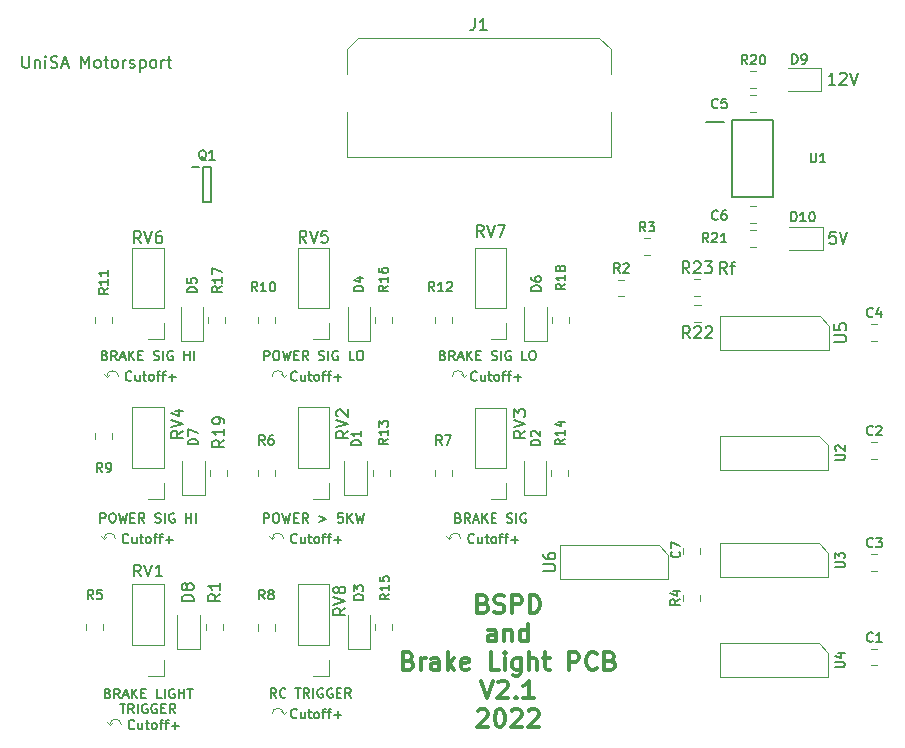
<source format=gto>
G04 #@! TF.GenerationSoftware,KiCad,Pcbnew,(6.0.2)*
G04 #@! TF.CreationDate,2022-05-01T22:12:54+09:30*
G04 #@! TF.ProjectId,BSPD,42535044-2e6b-4696-9361-645f70636258,4*
G04 #@! TF.SameCoordinates,Original*
G04 #@! TF.FileFunction,Legend,Top*
G04 #@! TF.FilePolarity,Positive*
%FSLAX46Y46*%
G04 Gerber Fmt 4.6, Leading zero omitted, Abs format (unit mm)*
G04 Created by KiCad (PCBNEW (6.0.2)) date 2022-05-01 22:12:54*
%MOMM*%
%LPD*%
G01*
G04 APERTURE LIST*
%ADD10C,0.120000*%
%ADD11C,0.150000*%
%ADD12C,0.300000*%
%ADD13C,0.200000*%
G04 APERTURE END LIST*
D10*
X105500000Y-113000000D02*
X105750000Y-113250000D01*
X120500000Y-83750000D02*
X120750000Y-83500000D01*
X120250000Y-83500000D02*
X120500000Y-83750000D01*
X120500000Y-83750000D02*
G75*
G03*
X119500000Y-83750000I-500000J0D01*
G01*
X135750000Y-83750000D02*
X136000000Y-83500000D01*
X135750000Y-83750000D02*
G75*
G03*
X134750000Y-83750000I-500000J0D01*
G01*
X135500000Y-83500000D02*
X135750000Y-83750000D01*
X120500000Y-97500000D02*
G75*
G03*
X119500000Y-97500000I-500000J0D01*
G01*
X120500000Y-112325000D02*
X120750000Y-112075000D01*
X120250000Y-112075000D02*
X120500000Y-112325000D01*
X135500000Y-97500000D02*
G75*
G03*
X134500000Y-97500000I-500000J0D01*
G01*
X134500000Y-97500000D02*
X134750000Y-97250000D01*
X120500000Y-112325000D02*
G75*
G03*
X119500000Y-112325000I-500000J0D01*
G01*
X119250000Y-97250000D02*
X119500000Y-97500000D01*
X105000000Y-97250000D02*
X105250000Y-97500000D01*
X134250000Y-97250000D02*
X134500000Y-97500000D01*
X119500000Y-97500000D02*
X119750000Y-97250000D01*
X105250000Y-97500000D02*
X105500000Y-97250000D01*
X105750000Y-113250000D02*
X106000000Y-113000000D01*
X106500000Y-83750000D02*
G75*
G03*
X105500000Y-83750000I-500000J0D01*
G01*
X106750000Y-113250000D02*
G75*
G03*
X105750000Y-113250000I-500000J0D01*
G01*
X106250000Y-97500000D02*
G75*
G03*
X105250000Y-97500000I-500000J0D01*
G01*
X105500000Y-83750000D02*
X105750000Y-83500000D01*
X105250000Y-83500000D02*
X105500000Y-83750000D01*
D11*
X104961904Y-96111904D02*
X104961904Y-95311904D01*
X105266666Y-95311904D01*
X105342857Y-95350000D01*
X105380952Y-95388095D01*
X105419047Y-95464285D01*
X105419047Y-95578571D01*
X105380952Y-95654761D01*
X105342857Y-95692857D01*
X105266666Y-95730952D01*
X104961904Y-95730952D01*
X105914285Y-95311904D02*
X106066666Y-95311904D01*
X106142857Y-95350000D01*
X106219047Y-95426190D01*
X106257142Y-95578571D01*
X106257142Y-95845238D01*
X106219047Y-95997619D01*
X106142857Y-96073809D01*
X106066666Y-96111904D01*
X105914285Y-96111904D01*
X105838095Y-96073809D01*
X105761904Y-95997619D01*
X105723809Y-95845238D01*
X105723809Y-95578571D01*
X105761904Y-95426190D01*
X105838095Y-95350000D01*
X105914285Y-95311904D01*
X106523809Y-95311904D02*
X106714285Y-96111904D01*
X106866666Y-95540476D01*
X107019047Y-96111904D01*
X107209523Y-95311904D01*
X107514285Y-95692857D02*
X107780952Y-95692857D01*
X107895238Y-96111904D02*
X107514285Y-96111904D01*
X107514285Y-95311904D01*
X107895238Y-95311904D01*
X108695238Y-96111904D02*
X108428571Y-95730952D01*
X108238095Y-96111904D02*
X108238095Y-95311904D01*
X108542857Y-95311904D01*
X108619047Y-95350000D01*
X108657142Y-95388095D01*
X108695238Y-95464285D01*
X108695238Y-95578571D01*
X108657142Y-95654761D01*
X108619047Y-95692857D01*
X108542857Y-95730952D01*
X108238095Y-95730952D01*
X109609523Y-96073809D02*
X109723809Y-96111904D01*
X109914285Y-96111904D01*
X109990476Y-96073809D01*
X110028571Y-96035714D01*
X110066666Y-95959523D01*
X110066666Y-95883333D01*
X110028571Y-95807142D01*
X109990476Y-95769047D01*
X109914285Y-95730952D01*
X109761904Y-95692857D01*
X109685714Y-95654761D01*
X109647619Y-95616666D01*
X109609523Y-95540476D01*
X109609523Y-95464285D01*
X109647619Y-95388095D01*
X109685714Y-95350000D01*
X109761904Y-95311904D01*
X109952380Y-95311904D01*
X110066666Y-95350000D01*
X110409523Y-96111904D02*
X110409523Y-95311904D01*
X111209523Y-95350000D02*
X111133333Y-95311904D01*
X111019047Y-95311904D01*
X110904761Y-95350000D01*
X110828571Y-95426190D01*
X110790476Y-95502380D01*
X110752380Y-95654761D01*
X110752380Y-95769047D01*
X110790476Y-95921428D01*
X110828571Y-95997619D01*
X110904761Y-96073809D01*
X111019047Y-96111904D01*
X111095238Y-96111904D01*
X111209523Y-96073809D01*
X111247619Y-96035714D01*
X111247619Y-95769047D01*
X111095238Y-95769047D01*
X112200000Y-96111904D02*
X112200000Y-95311904D01*
X112200000Y-95692857D02*
X112657142Y-95692857D01*
X112657142Y-96111904D02*
X112657142Y-95311904D01*
X113038095Y-96111904D02*
X113038095Y-95311904D01*
X121592857Y-84035714D02*
X121554761Y-84073809D01*
X121440476Y-84111904D01*
X121364285Y-84111904D01*
X121250000Y-84073809D01*
X121173809Y-83997619D01*
X121135714Y-83921428D01*
X121097619Y-83769047D01*
X121097619Y-83654761D01*
X121135714Y-83502380D01*
X121173809Y-83426190D01*
X121250000Y-83350000D01*
X121364285Y-83311904D01*
X121440476Y-83311904D01*
X121554761Y-83350000D01*
X121592857Y-83388095D01*
X122278571Y-83578571D02*
X122278571Y-84111904D01*
X121935714Y-83578571D02*
X121935714Y-83997619D01*
X121973809Y-84073809D01*
X122050000Y-84111904D01*
X122164285Y-84111904D01*
X122240476Y-84073809D01*
X122278571Y-84035714D01*
X122545238Y-83578571D02*
X122850000Y-83578571D01*
X122659523Y-83311904D02*
X122659523Y-83997619D01*
X122697619Y-84073809D01*
X122773809Y-84111904D01*
X122850000Y-84111904D01*
X123230952Y-84111904D02*
X123154761Y-84073809D01*
X123116666Y-84035714D01*
X123078571Y-83959523D01*
X123078571Y-83730952D01*
X123116666Y-83654761D01*
X123154761Y-83616666D01*
X123230952Y-83578571D01*
X123345238Y-83578571D01*
X123421428Y-83616666D01*
X123459523Y-83654761D01*
X123497619Y-83730952D01*
X123497619Y-83959523D01*
X123459523Y-84035714D01*
X123421428Y-84073809D01*
X123345238Y-84111904D01*
X123230952Y-84111904D01*
X123726190Y-83578571D02*
X124030952Y-83578571D01*
X123840476Y-84111904D02*
X123840476Y-83426190D01*
X123878571Y-83350000D01*
X123954761Y-83311904D01*
X124030952Y-83311904D01*
X124183333Y-83578571D02*
X124488095Y-83578571D01*
X124297619Y-84111904D02*
X124297619Y-83426190D01*
X124335714Y-83350000D01*
X124411904Y-83311904D01*
X124488095Y-83311904D01*
X124754761Y-83807142D02*
X125364285Y-83807142D01*
X125059523Y-84111904D02*
X125059523Y-83502380D01*
X136842857Y-84035714D02*
X136804761Y-84073809D01*
X136690476Y-84111904D01*
X136614285Y-84111904D01*
X136500000Y-84073809D01*
X136423809Y-83997619D01*
X136385714Y-83921428D01*
X136347619Y-83769047D01*
X136347619Y-83654761D01*
X136385714Y-83502380D01*
X136423809Y-83426190D01*
X136500000Y-83350000D01*
X136614285Y-83311904D01*
X136690476Y-83311904D01*
X136804761Y-83350000D01*
X136842857Y-83388095D01*
X137528571Y-83578571D02*
X137528571Y-84111904D01*
X137185714Y-83578571D02*
X137185714Y-83997619D01*
X137223809Y-84073809D01*
X137300000Y-84111904D01*
X137414285Y-84111904D01*
X137490476Y-84073809D01*
X137528571Y-84035714D01*
X137795238Y-83578571D02*
X138100000Y-83578571D01*
X137909523Y-83311904D02*
X137909523Y-83997619D01*
X137947619Y-84073809D01*
X138023809Y-84111904D01*
X138100000Y-84111904D01*
X138480952Y-84111904D02*
X138404761Y-84073809D01*
X138366666Y-84035714D01*
X138328571Y-83959523D01*
X138328571Y-83730952D01*
X138366666Y-83654761D01*
X138404761Y-83616666D01*
X138480952Y-83578571D01*
X138595238Y-83578571D01*
X138671428Y-83616666D01*
X138709523Y-83654761D01*
X138747619Y-83730952D01*
X138747619Y-83959523D01*
X138709523Y-84035714D01*
X138671428Y-84073809D01*
X138595238Y-84111904D01*
X138480952Y-84111904D01*
X138976190Y-83578571D02*
X139280952Y-83578571D01*
X139090476Y-84111904D02*
X139090476Y-83426190D01*
X139128571Y-83350000D01*
X139204761Y-83311904D01*
X139280952Y-83311904D01*
X139433333Y-83578571D02*
X139738095Y-83578571D01*
X139547619Y-84111904D02*
X139547619Y-83426190D01*
X139585714Y-83350000D01*
X139661904Y-83311904D01*
X139738095Y-83311904D01*
X140004761Y-83807142D02*
X140614285Y-83807142D01*
X140309523Y-84111904D02*
X140309523Y-83502380D01*
X136592857Y-97785714D02*
X136554761Y-97823809D01*
X136440476Y-97861904D01*
X136364285Y-97861904D01*
X136250000Y-97823809D01*
X136173809Y-97747619D01*
X136135714Y-97671428D01*
X136097619Y-97519047D01*
X136097619Y-97404761D01*
X136135714Y-97252380D01*
X136173809Y-97176190D01*
X136250000Y-97100000D01*
X136364285Y-97061904D01*
X136440476Y-97061904D01*
X136554761Y-97100000D01*
X136592857Y-97138095D01*
X137278571Y-97328571D02*
X137278571Y-97861904D01*
X136935714Y-97328571D02*
X136935714Y-97747619D01*
X136973809Y-97823809D01*
X137050000Y-97861904D01*
X137164285Y-97861904D01*
X137240476Y-97823809D01*
X137278571Y-97785714D01*
X137545238Y-97328571D02*
X137850000Y-97328571D01*
X137659523Y-97061904D02*
X137659523Y-97747619D01*
X137697619Y-97823809D01*
X137773809Y-97861904D01*
X137850000Y-97861904D01*
X138230952Y-97861904D02*
X138154761Y-97823809D01*
X138116666Y-97785714D01*
X138078571Y-97709523D01*
X138078571Y-97480952D01*
X138116666Y-97404761D01*
X138154761Y-97366666D01*
X138230952Y-97328571D01*
X138345238Y-97328571D01*
X138421428Y-97366666D01*
X138459523Y-97404761D01*
X138497619Y-97480952D01*
X138497619Y-97709523D01*
X138459523Y-97785714D01*
X138421428Y-97823809D01*
X138345238Y-97861904D01*
X138230952Y-97861904D01*
X138726190Y-97328571D02*
X139030952Y-97328571D01*
X138840476Y-97861904D02*
X138840476Y-97176190D01*
X138878571Y-97100000D01*
X138954761Y-97061904D01*
X139030952Y-97061904D01*
X139183333Y-97328571D02*
X139488095Y-97328571D01*
X139297619Y-97861904D02*
X139297619Y-97176190D01*
X139335714Y-97100000D01*
X139411904Y-97061904D01*
X139488095Y-97061904D01*
X139754761Y-97557142D02*
X140364285Y-97557142D01*
X140059523Y-97861904D02*
X140059523Y-97252380D01*
X119835714Y-110936904D02*
X119569047Y-110555952D01*
X119378571Y-110936904D02*
X119378571Y-110136904D01*
X119683333Y-110136904D01*
X119759523Y-110175000D01*
X119797619Y-110213095D01*
X119835714Y-110289285D01*
X119835714Y-110403571D01*
X119797619Y-110479761D01*
X119759523Y-110517857D01*
X119683333Y-110555952D01*
X119378571Y-110555952D01*
X120635714Y-110860714D02*
X120597619Y-110898809D01*
X120483333Y-110936904D01*
X120407142Y-110936904D01*
X120292857Y-110898809D01*
X120216666Y-110822619D01*
X120178571Y-110746428D01*
X120140476Y-110594047D01*
X120140476Y-110479761D01*
X120178571Y-110327380D01*
X120216666Y-110251190D01*
X120292857Y-110175000D01*
X120407142Y-110136904D01*
X120483333Y-110136904D01*
X120597619Y-110175000D01*
X120635714Y-110213095D01*
X121473809Y-110136904D02*
X121930952Y-110136904D01*
X121702380Y-110936904D02*
X121702380Y-110136904D01*
X122654761Y-110936904D02*
X122388095Y-110555952D01*
X122197619Y-110936904D02*
X122197619Y-110136904D01*
X122502380Y-110136904D01*
X122578571Y-110175000D01*
X122616666Y-110213095D01*
X122654761Y-110289285D01*
X122654761Y-110403571D01*
X122616666Y-110479761D01*
X122578571Y-110517857D01*
X122502380Y-110555952D01*
X122197619Y-110555952D01*
X122997619Y-110936904D02*
X122997619Y-110136904D01*
X123797619Y-110175000D02*
X123721428Y-110136904D01*
X123607142Y-110136904D01*
X123492857Y-110175000D01*
X123416666Y-110251190D01*
X123378571Y-110327380D01*
X123340476Y-110479761D01*
X123340476Y-110594047D01*
X123378571Y-110746428D01*
X123416666Y-110822619D01*
X123492857Y-110898809D01*
X123607142Y-110936904D01*
X123683333Y-110936904D01*
X123797619Y-110898809D01*
X123835714Y-110860714D01*
X123835714Y-110594047D01*
X123683333Y-110594047D01*
X124597619Y-110175000D02*
X124521428Y-110136904D01*
X124407142Y-110136904D01*
X124292857Y-110175000D01*
X124216666Y-110251190D01*
X124178571Y-110327380D01*
X124140476Y-110479761D01*
X124140476Y-110594047D01*
X124178571Y-110746428D01*
X124216666Y-110822619D01*
X124292857Y-110898809D01*
X124407142Y-110936904D01*
X124483333Y-110936904D01*
X124597619Y-110898809D01*
X124635714Y-110860714D01*
X124635714Y-110594047D01*
X124483333Y-110594047D01*
X124978571Y-110517857D02*
X125245238Y-110517857D01*
X125359523Y-110936904D02*
X124978571Y-110936904D01*
X124978571Y-110136904D01*
X125359523Y-110136904D01*
X126159523Y-110936904D02*
X125892857Y-110555952D01*
X125702380Y-110936904D02*
X125702380Y-110136904D01*
X126007142Y-110136904D01*
X126083333Y-110175000D01*
X126121428Y-110213095D01*
X126159523Y-110289285D01*
X126159523Y-110403571D01*
X126121428Y-110479761D01*
X126083333Y-110517857D01*
X126007142Y-110555952D01*
X125702380Y-110555952D01*
X121592857Y-112610714D02*
X121554761Y-112648809D01*
X121440476Y-112686904D01*
X121364285Y-112686904D01*
X121250000Y-112648809D01*
X121173809Y-112572619D01*
X121135714Y-112496428D01*
X121097619Y-112344047D01*
X121097619Y-112229761D01*
X121135714Y-112077380D01*
X121173809Y-112001190D01*
X121250000Y-111925000D01*
X121364285Y-111886904D01*
X121440476Y-111886904D01*
X121554761Y-111925000D01*
X121592857Y-111963095D01*
X122278571Y-112153571D02*
X122278571Y-112686904D01*
X121935714Y-112153571D02*
X121935714Y-112572619D01*
X121973809Y-112648809D01*
X122050000Y-112686904D01*
X122164285Y-112686904D01*
X122240476Y-112648809D01*
X122278571Y-112610714D01*
X122545238Y-112153571D02*
X122850000Y-112153571D01*
X122659523Y-111886904D02*
X122659523Y-112572619D01*
X122697619Y-112648809D01*
X122773809Y-112686904D01*
X122850000Y-112686904D01*
X123230952Y-112686904D02*
X123154761Y-112648809D01*
X123116666Y-112610714D01*
X123078571Y-112534523D01*
X123078571Y-112305952D01*
X123116666Y-112229761D01*
X123154761Y-112191666D01*
X123230952Y-112153571D01*
X123345238Y-112153571D01*
X123421428Y-112191666D01*
X123459523Y-112229761D01*
X123497619Y-112305952D01*
X123497619Y-112534523D01*
X123459523Y-112610714D01*
X123421428Y-112648809D01*
X123345238Y-112686904D01*
X123230952Y-112686904D01*
X123726190Y-112153571D02*
X124030952Y-112153571D01*
X123840476Y-112686904D02*
X123840476Y-112001190D01*
X123878571Y-111925000D01*
X123954761Y-111886904D01*
X124030952Y-111886904D01*
X124183333Y-112153571D02*
X124488095Y-112153571D01*
X124297619Y-112686904D02*
X124297619Y-112001190D01*
X124335714Y-111925000D01*
X124411904Y-111886904D01*
X124488095Y-111886904D01*
X124754761Y-112382142D02*
X125364285Y-112382142D01*
X125059523Y-112686904D02*
X125059523Y-112077380D01*
X121592857Y-97785714D02*
X121554761Y-97823809D01*
X121440476Y-97861904D01*
X121364285Y-97861904D01*
X121250000Y-97823809D01*
X121173809Y-97747619D01*
X121135714Y-97671428D01*
X121097619Y-97519047D01*
X121097619Y-97404761D01*
X121135714Y-97252380D01*
X121173809Y-97176190D01*
X121250000Y-97100000D01*
X121364285Y-97061904D01*
X121440476Y-97061904D01*
X121554761Y-97100000D01*
X121592857Y-97138095D01*
X122278571Y-97328571D02*
X122278571Y-97861904D01*
X121935714Y-97328571D02*
X121935714Y-97747619D01*
X121973809Y-97823809D01*
X122050000Y-97861904D01*
X122164285Y-97861904D01*
X122240476Y-97823809D01*
X122278571Y-97785714D01*
X122545238Y-97328571D02*
X122850000Y-97328571D01*
X122659523Y-97061904D02*
X122659523Y-97747619D01*
X122697619Y-97823809D01*
X122773809Y-97861904D01*
X122850000Y-97861904D01*
X123230952Y-97861904D02*
X123154761Y-97823809D01*
X123116666Y-97785714D01*
X123078571Y-97709523D01*
X123078571Y-97480952D01*
X123116666Y-97404761D01*
X123154761Y-97366666D01*
X123230952Y-97328571D01*
X123345238Y-97328571D01*
X123421428Y-97366666D01*
X123459523Y-97404761D01*
X123497619Y-97480952D01*
X123497619Y-97709523D01*
X123459523Y-97785714D01*
X123421428Y-97823809D01*
X123345238Y-97861904D01*
X123230952Y-97861904D01*
X123726190Y-97328571D02*
X124030952Y-97328571D01*
X123840476Y-97861904D02*
X123840476Y-97176190D01*
X123878571Y-97100000D01*
X123954761Y-97061904D01*
X124030952Y-97061904D01*
X124183333Y-97328571D02*
X124488095Y-97328571D01*
X124297619Y-97861904D02*
X124297619Y-97176190D01*
X124335714Y-97100000D01*
X124411904Y-97061904D01*
X124488095Y-97061904D01*
X124754761Y-97557142D02*
X125364285Y-97557142D01*
X125059523Y-97861904D02*
X125059523Y-97252380D01*
X133978571Y-81942857D02*
X134092857Y-81980952D01*
X134130952Y-82019047D01*
X134169047Y-82095238D01*
X134169047Y-82209523D01*
X134130952Y-82285714D01*
X134092857Y-82323809D01*
X134016666Y-82361904D01*
X133711904Y-82361904D01*
X133711904Y-81561904D01*
X133978571Y-81561904D01*
X134054761Y-81600000D01*
X134092857Y-81638095D01*
X134130952Y-81714285D01*
X134130952Y-81790476D01*
X134092857Y-81866666D01*
X134054761Y-81904761D01*
X133978571Y-81942857D01*
X133711904Y-81942857D01*
X134969047Y-82361904D02*
X134702380Y-81980952D01*
X134511904Y-82361904D02*
X134511904Y-81561904D01*
X134816666Y-81561904D01*
X134892857Y-81600000D01*
X134930952Y-81638095D01*
X134969047Y-81714285D01*
X134969047Y-81828571D01*
X134930952Y-81904761D01*
X134892857Y-81942857D01*
X134816666Y-81980952D01*
X134511904Y-81980952D01*
X135273809Y-82133333D02*
X135654761Y-82133333D01*
X135197619Y-82361904D02*
X135464285Y-81561904D01*
X135730952Y-82361904D01*
X135997619Y-82361904D02*
X135997619Y-81561904D01*
X136454761Y-82361904D02*
X136111904Y-81904761D01*
X136454761Y-81561904D02*
X135997619Y-82019047D01*
X136797619Y-81942857D02*
X137064285Y-81942857D01*
X137178571Y-82361904D02*
X136797619Y-82361904D01*
X136797619Y-81561904D01*
X137178571Y-81561904D01*
X138092857Y-82323809D02*
X138207142Y-82361904D01*
X138397619Y-82361904D01*
X138473809Y-82323809D01*
X138511904Y-82285714D01*
X138550000Y-82209523D01*
X138550000Y-82133333D01*
X138511904Y-82057142D01*
X138473809Y-82019047D01*
X138397619Y-81980952D01*
X138245238Y-81942857D01*
X138169047Y-81904761D01*
X138130952Y-81866666D01*
X138092857Y-81790476D01*
X138092857Y-81714285D01*
X138130952Y-81638095D01*
X138169047Y-81600000D01*
X138245238Y-81561904D01*
X138435714Y-81561904D01*
X138550000Y-81600000D01*
X138892857Y-82361904D02*
X138892857Y-81561904D01*
X139692857Y-81600000D02*
X139616666Y-81561904D01*
X139502380Y-81561904D01*
X139388095Y-81600000D01*
X139311904Y-81676190D01*
X139273809Y-81752380D01*
X139235714Y-81904761D01*
X139235714Y-82019047D01*
X139273809Y-82171428D01*
X139311904Y-82247619D01*
X139388095Y-82323809D01*
X139502380Y-82361904D01*
X139578571Y-82361904D01*
X139692857Y-82323809D01*
X139730952Y-82285714D01*
X139730952Y-82019047D01*
X139578571Y-82019047D01*
X141064285Y-82361904D02*
X140683333Y-82361904D01*
X140683333Y-81561904D01*
X141483333Y-81561904D02*
X141635714Y-81561904D01*
X141711904Y-81600000D01*
X141788095Y-81676190D01*
X141826190Y-81828571D01*
X141826190Y-82095238D01*
X141788095Y-82247619D01*
X141711904Y-82323809D01*
X141635714Y-82361904D01*
X141483333Y-82361904D01*
X141407142Y-82323809D01*
X141330952Y-82247619D01*
X141292857Y-82095238D01*
X141292857Y-81828571D01*
X141330952Y-81676190D01*
X141407142Y-81600000D01*
X141483333Y-81561904D01*
D12*
X137392857Y-102972857D02*
X137607142Y-103044285D01*
X137678571Y-103115714D01*
X137750000Y-103258571D01*
X137750000Y-103472857D01*
X137678571Y-103615714D01*
X137607142Y-103687142D01*
X137464285Y-103758571D01*
X136892857Y-103758571D01*
X136892857Y-102258571D01*
X137392857Y-102258571D01*
X137535714Y-102330000D01*
X137607142Y-102401428D01*
X137678571Y-102544285D01*
X137678571Y-102687142D01*
X137607142Y-102830000D01*
X137535714Y-102901428D01*
X137392857Y-102972857D01*
X136892857Y-102972857D01*
X138321428Y-103687142D02*
X138535714Y-103758571D01*
X138892857Y-103758571D01*
X139035714Y-103687142D01*
X139107142Y-103615714D01*
X139178571Y-103472857D01*
X139178571Y-103330000D01*
X139107142Y-103187142D01*
X139035714Y-103115714D01*
X138892857Y-103044285D01*
X138607142Y-102972857D01*
X138464285Y-102901428D01*
X138392857Y-102830000D01*
X138321428Y-102687142D01*
X138321428Y-102544285D01*
X138392857Y-102401428D01*
X138464285Y-102330000D01*
X138607142Y-102258571D01*
X138964285Y-102258571D01*
X139178571Y-102330000D01*
X139821428Y-103758571D02*
X139821428Y-102258571D01*
X140392857Y-102258571D01*
X140535714Y-102330000D01*
X140607142Y-102401428D01*
X140678571Y-102544285D01*
X140678571Y-102758571D01*
X140607142Y-102901428D01*
X140535714Y-102972857D01*
X140392857Y-103044285D01*
X139821428Y-103044285D01*
X141321428Y-103758571D02*
X141321428Y-102258571D01*
X141678571Y-102258571D01*
X141892857Y-102330000D01*
X142035714Y-102472857D01*
X142107142Y-102615714D01*
X142178571Y-102901428D01*
X142178571Y-103115714D01*
X142107142Y-103401428D01*
X142035714Y-103544285D01*
X141892857Y-103687142D01*
X141678571Y-103758571D01*
X141321428Y-103758571D01*
X138464285Y-106173571D02*
X138464285Y-105387857D01*
X138392857Y-105245000D01*
X138250000Y-105173571D01*
X137964285Y-105173571D01*
X137821428Y-105245000D01*
X138464285Y-106102142D02*
X138321428Y-106173571D01*
X137964285Y-106173571D01*
X137821428Y-106102142D01*
X137750000Y-105959285D01*
X137750000Y-105816428D01*
X137821428Y-105673571D01*
X137964285Y-105602142D01*
X138321428Y-105602142D01*
X138464285Y-105530714D01*
X139178571Y-105173571D02*
X139178571Y-106173571D01*
X139178571Y-105316428D02*
X139250000Y-105245000D01*
X139392857Y-105173571D01*
X139607142Y-105173571D01*
X139750000Y-105245000D01*
X139821428Y-105387857D01*
X139821428Y-106173571D01*
X141178571Y-106173571D02*
X141178571Y-104673571D01*
X141178571Y-106102142D02*
X141035714Y-106173571D01*
X140750000Y-106173571D01*
X140607142Y-106102142D01*
X140535714Y-106030714D01*
X140464285Y-105887857D01*
X140464285Y-105459285D01*
X140535714Y-105316428D01*
X140607142Y-105245000D01*
X140750000Y-105173571D01*
X141035714Y-105173571D01*
X141178571Y-105245000D01*
X131071428Y-107802857D02*
X131285714Y-107874285D01*
X131357142Y-107945714D01*
X131428571Y-108088571D01*
X131428571Y-108302857D01*
X131357142Y-108445714D01*
X131285714Y-108517142D01*
X131142857Y-108588571D01*
X130571428Y-108588571D01*
X130571428Y-107088571D01*
X131071428Y-107088571D01*
X131214285Y-107160000D01*
X131285714Y-107231428D01*
X131357142Y-107374285D01*
X131357142Y-107517142D01*
X131285714Y-107660000D01*
X131214285Y-107731428D01*
X131071428Y-107802857D01*
X130571428Y-107802857D01*
X132071428Y-108588571D02*
X132071428Y-107588571D01*
X132071428Y-107874285D02*
X132142857Y-107731428D01*
X132214285Y-107660000D01*
X132357142Y-107588571D01*
X132500000Y-107588571D01*
X133642857Y-108588571D02*
X133642857Y-107802857D01*
X133571428Y-107660000D01*
X133428571Y-107588571D01*
X133142857Y-107588571D01*
X133000000Y-107660000D01*
X133642857Y-108517142D02*
X133500000Y-108588571D01*
X133142857Y-108588571D01*
X133000000Y-108517142D01*
X132928571Y-108374285D01*
X132928571Y-108231428D01*
X133000000Y-108088571D01*
X133142857Y-108017142D01*
X133500000Y-108017142D01*
X133642857Y-107945714D01*
X134357142Y-108588571D02*
X134357142Y-107088571D01*
X134500000Y-108017142D02*
X134928571Y-108588571D01*
X134928571Y-107588571D02*
X134357142Y-108160000D01*
X136142857Y-108517142D02*
X136000000Y-108588571D01*
X135714285Y-108588571D01*
X135571428Y-108517142D01*
X135500000Y-108374285D01*
X135500000Y-107802857D01*
X135571428Y-107660000D01*
X135714285Y-107588571D01*
X136000000Y-107588571D01*
X136142857Y-107660000D01*
X136214285Y-107802857D01*
X136214285Y-107945714D01*
X135500000Y-108088571D01*
X138714285Y-108588571D02*
X138000000Y-108588571D01*
X138000000Y-107088571D01*
X139214285Y-108588571D02*
X139214285Y-107588571D01*
X139214285Y-107088571D02*
X139142857Y-107160000D01*
X139214285Y-107231428D01*
X139285714Y-107160000D01*
X139214285Y-107088571D01*
X139214285Y-107231428D01*
X140571428Y-107588571D02*
X140571428Y-108802857D01*
X140500000Y-108945714D01*
X140428571Y-109017142D01*
X140285714Y-109088571D01*
X140071428Y-109088571D01*
X139928571Y-109017142D01*
X140571428Y-108517142D02*
X140428571Y-108588571D01*
X140142857Y-108588571D01*
X140000000Y-108517142D01*
X139928571Y-108445714D01*
X139857142Y-108302857D01*
X139857142Y-107874285D01*
X139928571Y-107731428D01*
X140000000Y-107660000D01*
X140142857Y-107588571D01*
X140428571Y-107588571D01*
X140571428Y-107660000D01*
X141285714Y-108588571D02*
X141285714Y-107088571D01*
X141928571Y-108588571D02*
X141928571Y-107802857D01*
X141857142Y-107660000D01*
X141714285Y-107588571D01*
X141500000Y-107588571D01*
X141357142Y-107660000D01*
X141285714Y-107731428D01*
X142428571Y-107588571D02*
X143000000Y-107588571D01*
X142642857Y-107088571D02*
X142642857Y-108374285D01*
X142714285Y-108517142D01*
X142857142Y-108588571D01*
X143000000Y-108588571D01*
X144642857Y-108588571D02*
X144642857Y-107088571D01*
X145214285Y-107088571D01*
X145357142Y-107160000D01*
X145428571Y-107231428D01*
X145500000Y-107374285D01*
X145500000Y-107588571D01*
X145428571Y-107731428D01*
X145357142Y-107802857D01*
X145214285Y-107874285D01*
X144642857Y-107874285D01*
X147000000Y-108445714D02*
X146928571Y-108517142D01*
X146714285Y-108588571D01*
X146571428Y-108588571D01*
X146357142Y-108517142D01*
X146214285Y-108374285D01*
X146142857Y-108231428D01*
X146071428Y-107945714D01*
X146071428Y-107731428D01*
X146142857Y-107445714D01*
X146214285Y-107302857D01*
X146357142Y-107160000D01*
X146571428Y-107088571D01*
X146714285Y-107088571D01*
X146928571Y-107160000D01*
X147000000Y-107231428D01*
X148142857Y-107802857D02*
X148357142Y-107874285D01*
X148428571Y-107945714D01*
X148500000Y-108088571D01*
X148500000Y-108302857D01*
X148428571Y-108445714D01*
X148357142Y-108517142D01*
X148214285Y-108588571D01*
X147642857Y-108588571D01*
X147642857Y-107088571D01*
X148142857Y-107088571D01*
X148285714Y-107160000D01*
X148357142Y-107231428D01*
X148428571Y-107374285D01*
X148428571Y-107517142D01*
X148357142Y-107660000D01*
X148285714Y-107731428D01*
X148142857Y-107802857D01*
X147642857Y-107802857D01*
X137214285Y-109503571D02*
X137714285Y-111003571D01*
X138214285Y-109503571D01*
X138642857Y-109646428D02*
X138714285Y-109575000D01*
X138857142Y-109503571D01*
X139214285Y-109503571D01*
X139357142Y-109575000D01*
X139428571Y-109646428D01*
X139500000Y-109789285D01*
X139500000Y-109932142D01*
X139428571Y-110146428D01*
X138571428Y-111003571D01*
X139500000Y-111003571D01*
X140142857Y-110860714D02*
X140214285Y-110932142D01*
X140142857Y-111003571D01*
X140071428Y-110932142D01*
X140142857Y-110860714D01*
X140142857Y-111003571D01*
X141642857Y-111003571D02*
X140785714Y-111003571D01*
X141214285Y-111003571D02*
X141214285Y-109503571D01*
X141071428Y-109717857D01*
X140928571Y-109860714D01*
X140785714Y-109932142D01*
X136928571Y-112061428D02*
X137000000Y-111990000D01*
X137142857Y-111918571D01*
X137500000Y-111918571D01*
X137642857Y-111990000D01*
X137714285Y-112061428D01*
X137785714Y-112204285D01*
X137785714Y-112347142D01*
X137714285Y-112561428D01*
X136857142Y-113418571D01*
X137785714Y-113418571D01*
X138714285Y-111918571D02*
X138857142Y-111918571D01*
X139000000Y-111990000D01*
X139071428Y-112061428D01*
X139142857Y-112204285D01*
X139214285Y-112490000D01*
X139214285Y-112847142D01*
X139142857Y-113132857D01*
X139071428Y-113275714D01*
X139000000Y-113347142D01*
X138857142Y-113418571D01*
X138714285Y-113418571D01*
X138571428Y-113347142D01*
X138500000Y-113275714D01*
X138428571Y-113132857D01*
X138357142Y-112847142D01*
X138357142Y-112490000D01*
X138428571Y-112204285D01*
X138500000Y-112061428D01*
X138571428Y-111990000D01*
X138714285Y-111918571D01*
X139785714Y-112061428D02*
X139857142Y-111990000D01*
X140000000Y-111918571D01*
X140357142Y-111918571D01*
X140500000Y-111990000D01*
X140571428Y-112061428D01*
X140642857Y-112204285D01*
X140642857Y-112347142D01*
X140571428Y-112561428D01*
X139714285Y-113418571D01*
X140642857Y-113418571D01*
X141214285Y-112061428D02*
X141285714Y-111990000D01*
X141428571Y-111918571D01*
X141785714Y-111918571D01*
X141928571Y-111990000D01*
X142000000Y-112061428D01*
X142071428Y-112204285D01*
X142071428Y-112347142D01*
X142000000Y-112561428D01*
X141142857Y-113418571D01*
X142071428Y-113418571D01*
D11*
X118828571Y-82361904D02*
X118828571Y-81561904D01*
X119133333Y-81561904D01*
X119209523Y-81600000D01*
X119247619Y-81638095D01*
X119285714Y-81714285D01*
X119285714Y-81828571D01*
X119247619Y-81904761D01*
X119209523Y-81942857D01*
X119133333Y-81980952D01*
X118828571Y-81980952D01*
X119780952Y-81561904D02*
X119933333Y-81561904D01*
X120009523Y-81600000D01*
X120085714Y-81676190D01*
X120123809Y-81828571D01*
X120123809Y-82095238D01*
X120085714Y-82247619D01*
X120009523Y-82323809D01*
X119933333Y-82361904D01*
X119780952Y-82361904D01*
X119704761Y-82323809D01*
X119628571Y-82247619D01*
X119590476Y-82095238D01*
X119590476Y-81828571D01*
X119628571Y-81676190D01*
X119704761Y-81600000D01*
X119780952Y-81561904D01*
X120390476Y-81561904D02*
X120580952Y-82361904D01*
X120733333Y-81790476D01*
X120885714Y-82361904D01*
X121076190Y-81561904D01*
X121380952Y-81942857D02*
X121647619Y-81942857D01*
X121761904Y-82361904D02*
X121380952Y-82361904D01*
X121380952Y-81561904D01*
X121761904Y-81561904D01*
X122561904Y-82361904D02*
X122295238Y-81980952D01*
X122104761Y-82361904D02*
X122104761Y-81561904D01*
X122409523Y-81561904D01*
X122485714Y-81600000D01*
X122523809Y-81638095D01*
X122561904Y-81714285D01*
X122561904Y-81828571D01*
X122523809Y-81904761D01*
X122485714Y-81942857D01*
X122409523Y-81980952D01*
X122104761Y-81980952D01*
X123476190Y-82323809D02*
X123590476Y-82361904D01*
X123780952Y-82361904D01*
X123857142Y-82323809D01*
X123895238Y-82285714D01*
X123933333Y-82209523D01*
X123933333Y-82133333D01*
X123895238Y-82057142D01*
X123857142Y-82019047D01*
X123780952Y-81980952D01*
X123628571Y-81942857D01*
X123552380Y-81904761D01*
X123514285Y-81866666D01*
X123476190Y-81790476D01*
X123476190Y-81714285D01*
X123514285Y-81638095D01*
X123552380Y-81600000D01*
X123628571Y-81561904D01*
X123819047Y-81561904D01*
X123933333Y-81600000D01*
X124276190Y-82361904D02*
X124276190Y-81561904D01*
X125076190Y-81600000D02*
X125000000Y-81561904D01*
X124885714Y-81561904D01*
X124771428Y-81600000D01*
X124695238Y-81676190D01*
X124657142Y-81752380D01*
X124619047Y-81904761D01*
X124619047Y-82019047D01*
X124657142Y-82171428D01*
X124695238Y-82247619D01*
X124771428Y-82323809D01*
X124885714Y-82361904D01*
X124961904Y-82361904D01*
X125076190Y-82323809D01*
X125114285Y-82285714D01*
X125114285Y-82019047D01*
X124961904Y-82019047D01*
X126447619Y-82361904D02*
X126066666Y-82361904D01*
X126066666Y-81561904D01*
X126866666Y-81561904D02*
X127019047Y-81561904D01*
X127095238Y-81600000D01*
X127171428Y-81676190D01*
X127209523Y-81828571D01*
X127209523Y-82095238D01*
X127171428Y-82247619D01*
X127095238Y-82323809D01*
X127019047Y-82361904D01*
X126866666Y-82361904D01*
X126790476Y-82323809D01*
X126714285Y-82247619D01*
X126676190Y-82095238D01*
X126676190Y-81828571D01*
X126714285Y-81676190D01*
X126790476Y-81600000D01*
X126866666Y-81561904D01*
X118809523Y-96111904D02*
X118809523Y-95311904D01*
X119114285Y-95311904D01*
X119190476Y-95350000D01*
X119228571Y-95388095D01*
X119266666Y-95464285D01*
X119266666Y-95578571D01*
X119228571Y-95654761D01*
X119190476Y-95692857D01*
X119114285Y-95730952D01*
X118809523Y-95730952D01*
X119761904Y-95311904D02*
X119914285Y-95311904D01*
X119990476Y-95350000D01*
X120066666Y-95426190D01*
X120104761Y-95578571D01*
X120104761Y-95845238D01*
X120066666Y-95997619D01*
X119990476Y-96073809D01*
X119914285Y-96111904D01*
X119761904Y-96111904D01*
X119685714Y-96073809D01*
X119609523Y-95997619D01*
X119571428Y-95845238D01*
X119571428Y-95578571D01*
X119609523Y-95426190D01*
X119685714Y-95350000D01*
X119761904Y-95311904D01*
X120371428Y-95311904D02*
X120561904Y-96111904D01*
X120714285Y-95540476D01*
X120866666Y-96111904D01*
X121057142Y-95311904D01*
X121361904Y-95692857D02*
X121628571Y-95692857D01*
X121742857Y-96111904D02*
X121361904Y-96111904D01*
X121361904Y-95311904D01*
X121742857Y-95311904D01*
X122542857Y-96111904D02*
X122276190Y-95730952D01*
X122085714Y-96111904D02*
X122085714Y-95311904D01*
X122390476Y-95311904D01*
X122466666Y-95350000D01*
X122504761Y-95388095D01*
X122542857Y-95464285D01*
X122542857Y-95578571D01*
X122504761Y-95654761D01*
X122466666Y-95692857D01*
X122390476Y-95730952D01*
X122085714Y-95730952D01*
X123495238Y-95578571D02*
X124104761Y-95807142D01*
X123495238Y-96035714D01*
X125476190Y-95311904D02*
X125095238Y-95311904D01*
X125057142Y-95692857D01*
X125095238Y-95654761D01*
X125171428Y-95616666D01*
X125361904Y-95616666D01*
X125438095Y-95654761D01*
X125476190Y-95692857D01*
X125514285Y-95769047D01*
X125514285Y-95959523D01*
X125476190Y-96035714D01*
X125438095Y-96073809D01*
X125361904Y-96111904D01*
X125171428Y-96111904D01*
X125095238Y-96073809D01*
X125057142Y-96035714D01*
X125857142Y-96111904D02*
X125857142Y-95311904D01*
X126314285Y-96111904D02*
X125971428Y-95654761D01*
X126314285Y-95311904D02*
X125857142Y-95769047D01*
X126580952Y-95311904D02*
X126771428Y-96111904D01*
X126923809Y-95540476D01*
X127076190Y-96111904D01*
X127266666Y-95311904D01*
X107592857Y-84035714D02*
X107554761Y-84073809D01*
X107440476Y-84111904D01*
X107364285Y-84111904D01*
X107250000Y-84073809D01*
X107173809Y-83997619D01*
X107135714Y-83921428D01*
X107097619Y-83769047D01*
X107097619Y-83654761D01*
X107135714Y-83502380D01*
X107173809Y-83426190D01*
X107250000Y-83350000D01*
X107364285Y-83311904D01*
X107440476Y-83311904D01*
X107554761Y-83350000D01*
X107592857Y-83388095D01*
X108278571Y-83578571D02*
X108278571Y-84111904D01*
X107935714Y-83578571D02*
X107935714Y-83997619D01*
X107973809Y-84073809D01*
X108050000Y-84111904D01*
X108164285Y-84111904D01*
X108240476Y-84073809D01*
X108278571Y-84035714D01*
X108545238Y-83578571D02*
X108850000Y-83578571D01*
X108659523Y-83311904D02*
X108659523Y-83997619D01*
X108697619Y-84073809D01*
X108773809Y-84111904D01*
X108850000Y-84111904D01*
X109230952Y-84111904D02*
X109154761Y-84073809D01*
X109116666Y-84035714D01*
X109078571Y-83959523D01*
X109078571Y-83730952D01*
X109116666Y-83654761D01*
X109154761Y-83616666D01*
X109230952Y-83578571D01*
X109345238Y-83578571D01*
X109421428Y-83616666D01*
X109459523Y-83654761D01*
X109497619Y-83730952D01*
X109497619Y-83959523D01*
X109459523Y-84035714D01*
X109421428Y-84073809D01*
X109345238Y-84111904D01*
X109230952Y-84111904D01*
X109726190Y-83578571D02*
X110030952Y-83578571D01*
X109840476Y-84111904D02*
X109840476Y-83426190D01*
X109878571Y-83350000D01*
X109954761Y-83311904D01*
X110030952Y-83311904D01*
X110183333Y-83578571D02*
X110488095Y-83578571D01*
X110297619Y-84111904D02*
X110297619Y-83426190D01*
X110335714Y-83350000D01*
X110411904Y-83311904D01*
X110488095Y-83311904D01*
X110754761Y-83807142D02*
X111364285Y-83807142D01*
X111059523Y-84111904D02*
X111059523Y-83502380D01*
X105361904Y-81942857D02*
X105476190Y-81980952D01*
X105514285Y-82019047D01*
X105552380Y-82095238D01*
X105552380Y-82209523D01*
X105514285Y-82285714D01*
X105476190Y-82323809D01*
X105400000Y-82361904D01*
X105095238Y-82361904D01*
X105095238Y-81561904D01*
X105361904Y-81561904D01*
X105438095Y-81600000D01*
X105476190Y-81638095D01*
X105514285Y-81714285D01*
X105514285Y-81790476D01*
X105476190Y-81866666D01*
X105438095Y-81904761D01*
X105361904Y-81942857D01*
X105095238Y-81942857D01*
X106352380Y-82361904D02*
X106085714Y-81980952D01*
X105895238Y-82361904D02*
X105895238Y-81561904D01*
X106200000Y-81561904D01*
X106276190Y-81600000D01*
X106314285Y-81638095D01*
X106352380Y-81714285D01*
X106352380Y-81828571D01*
X106314285Y-81904761D01*
X106276190Y-81942857D01*
X106200000Y-81980952D01*
X105895238Y-81980952D01*
X106657142Y-82133333D02*
X107038095Y-82133333D01*
X106580952Y-82361904D02*
X106847619Y-81561904D01*
X107114285Y-82361904D01*
X107380952Y-82361904D02*
X107380952Y-81561904D01*
X107838095Y-82361904D02*
X107495238Y-81904761D01*
X107838095Y-81561904D02*
X107380952Y-82019047D01*
X108180952Y-81942857D02*
X108447619Y-81942857D01*
X108561904Y-82361904D02*
X108180952Y-82361904D01*
X108180952Y-81561904D01*
X108561904Y-81561904D01*
X109476190Y-82323809D02*
X109590476Y-82361904D01*
X109780952Y-82361904D01*
X109857142Y-82323809D01*
X109895238Y-82285714D01*
X109933333Y-82209523D01*
X109933333Y-82133333D01*
X109895238Y-82057142D01*
X109857142Y-82019047D01*
X109780952Y-81980952D01*
X109628571Y-81942857D01*
X109552380Y-81904761D01*
X109514285Y-81866666D01*
X109476190Y-81790476D01*
X109476190Y-81714285D01*
X109514285Y-81638095D01*
X109552380Y-81600000D01*
X109628571Y-81561904D01*
X109819047Y-81561904D01*
X109933333Y-81600000D01*
X110276190Y-82361904D02*
X110276190Y-81561904D01*
X111076190Y-81600000D02*
X111000000Y-81561904D01*
X110885714Y-81561904D01*
X110771428Y-81600000D01*
X110695238Y-81676190D01*
X110657142Y-81752380D01*
X110619047Y-81904761D01*
X110619047Y-82019047D01*
X110657142Y-82171428D01*
X110695238Y-82247619D01*
X110771428Y-82323809D01*
X110885714Y-82361904D01*
X110961904Y-82361904D01*
X111076190Y-82323809D01*
X111114285Y-82285714D01*
X111114285Y-82019047D01*
X110961904Y-82019047D01*
X112066666Y-82361904D02*
X112066666Y-81561904D01*
X112066666Y-81942857D02*
X112523809Y-81942857D01*
X112523809Y-82361904D02*
X112523809Y-81561904D01*
X112904761Y-82361904D02*
X112904761Y-81561904D01*
X98366904Y-56602380D02*
X98366904Y-57411904D01*
X98414523Y-57507142D01*
X98462142Y-57554761D01*
X98557380Y-57602380D01*
X98747857Y-57602380D01*
X98843095Y-57554761D01*
X98890714Y-57507142D01*
X98938333Y-57411904D01*
X98938333Y-56602380D01*
X99414523Y-56935714D02*
X99414523Y-57602380D01*
X99414523Y-57030952D02*
X99462142Y-56983333D01*
X99557380Y-56935714D01*
X99700238Y-56935714D01*
X99795476Y-56983333D01*
X99843095Y-57078571D01*
X99843095Y-57602380D01*
X100319285Y-57602380D02*
X100319285Y-56935714D01*
X100319285Y-56602380D02*
X100271666Y-56650000D01*
X100319285Y-56697619D01*
X100366904Y-56650000D01*
X100319285Y-56602380D01*
X100319285Y-56697619D01*
X100747857Y-57554761D02*
X100890714Y-57602380D01*
X101128809Y-57602380D01*
X101224047Y-57554761D01*
X101271666Y-57507142D01*
X101319285Y-57411904D01*
X101319285Y-57316666D01*
X101271666Y-57221428D01*
X101224047Y-57173809D01*
X101128809Y-57126190D01*
X100938333Y-57078571D01*
X100843095Y-57030952D01*
X100795476Y-56983333D01*
X100747857Y-56888095D01*
X100747857Y-56792857D01*
X100795476Y-56697619D01*
X100843095Y-56650000D01*
X100938333Y-56602380D01*
X101176428Y-56602380D01*
X101319285Y-56650000D01*
X101700238Y-57316666D02*
X102176428Y-57316666D01*
X101605000Y-57602380D02*
X101938333Y-56602380D01*
X102271666Y-57602380D01*
X103366904Y-57602380D02*
X103366904Y-56602380D01*
X103700238Y-57316666D01*
X104033571Y-56602380D01*
X104033571Y-57602380D01*
X104652619Y-57602380D02*
X104557380Y-57554761D01*
X104509761Y-57507142D01*
X104462142Y-57411904D01*
X104462142Y-57126190D01*
X104509761Y-57030952D01*
X104557380Y-56983333D01*
X104652619Y-56935714D01*
X104795476Y-56935714D01*
X104890714Y-56983333D01*
X104938333Y-57030952D01*
X104985952Y-57126190D01*
X104985952Y-57411904D01*
X104938333Y-57507142D01*
X104890714Y-57554761D01*
X104795476Y-57602380D01*
X104652619Y-57602380D01*
X105271666Y-56935714D02*
X105652619Y-56935714D01*
X105414523Y-56602380D02*
X105414523Y-57459523D01*
X105462142Y-57554761D01*
X105557380Y-57602380D01*
X105652619Y-57602380D01*
X106128809Y-57602380D02*
X106033571Y-57554761D01*
X105985952Y-57507142D01*
X105938333Y-57411904D01*
X105938333Y-57126190D01*
X105985952Y-57030952D01*
X106033571Y-56983333D01*
X106128809Y-56935714D01*
X106271666Y-56935714D01*
X106366904Y-56983333D01*
X106414523Y-57030952D01*
X106462142Y-57126190D01*
X106462142Y-57411904D01*
X106414523Y-57507142D01*
X106366904Y-57554761D01*
X106271666Y-57602380D01*
X106128809Y-57602380D01*
X106890714Y-57602380D02*
X106890714Y-56935714D01*
X106890714Y-57126190D02*
X106938333Y-57030952D01*
X106985952Y-56983333D01*
X107081190Y-56935714D01*
X107176428Y-56935714D01*
X107462142Y-57554761D02*
X107557380Y-57602380D01*
X107747857Y-57602380D01*
X107843095Y-57554761D01*
X107890714Y-57459523D01*
X107890714Y-57411904D01*
X107843095Y-57316666D01*
X107747857Y-57269047D01*
X107605000Y-57269047D01*
X107509761Y-57221428D01*
X107462142Y-57126190D01*
X107462142Y-57078571D01*
X107509761Y-56983333D01*
X107605000Y-56935714D01*
X107747857Y-56935714D01*
X107843095Y-56983333D01*
X108319285Y-56935714D02*
X108319285Y-57935714D01*
X108319285Y-56983333D02*
X108414523Y-56935714D01*
X108605000Y-56935714D01*
X108700238Y-56983333D01*
X108747857Y-57030952D01*
X108795476Y-57126190D01*
X108795476Y-57411904D01*
X108747857Y-57507142D01*
X108700238Y-57554761D01*
X108605000Y-57602380D01*
X108414523Y-57602380D01*
X108319285Y-57554761D01*
X109366904Y-57602380D02*
X109271666Y-57554761D01*
X109224047Y-57507142D01*
X109176428Y-57411904D01*
X109176428Y-57126190D01*
X109224047Y-57030952D01*
X109271666Y-56983333D01*
X109366904Y-56935714D01*
X109509761Y-56935714D01*
X109605000Y-56983333D01*
X109652619Y-57030952D01*
X109700238Y-57126190D01*
X109700238Y-57411904D01*
X109652619Y-57507142D01*
X109605000Y-57554761D01*
X109509761Y-57602380D01*
X109366904Y-57602380D01*
X110128809Y-57602380D02*
X110128809Y-56935714D01*
X110128809Y-57126190D02*
X110176428Y-57030952D01*
X110224047Y-56983333D01*
X110319285Y-56935714D01*
X110414523Y-56935714D01*
X110605000Y-56935714D02*
X110985952Y-56935714D01*
X110747857Y-56602380D02*
X110747857Y-57459523D01*
X110795476Y-57554761D01*
X110890714Y-57602380D01*
X110985952Y-57602380D01*
X167185952Y-59027380D02*
X166614523Y-59027380D01*
X166900238Y-59027380D02*
X166900238Y-58027380D01*
X166805000Y-58170238D01*
X166709761Y-58265476D01*
X166614523Y-58313095D01*
X167566904Y-58122619D02*
X167614523Y-58075000D01*
X167709761Y-58027380D01*
X167947857Y-58027380D01*
X168043095Y-58075000D01*
X168090714Y-58122619D01*
X168138333Y-58217857D01*
X168138333Y-58313095D01*
X168090714Y-58455952D01*
X167519285Y-59027380D01*
X168138333Y-59027380D01*
X168424047Y-58027380D02*
X168757380Y-59027380D01*
X169090714Y-58027380D01*
X107842857Y-113535714D02*
X107804761Y-113573809D01*
X107690476Y-113611904D01*
X107614285Y-113611904D01*
X107500000Y-113573809D01*
X107423809Y-113497619D01*
X107385714Y-113421428D01*
X107347619Y-113269047D01*
X107347619Y-113154761D01*
X107385714Y-113002380D01*
X107423809Y-112926190D01*
X107500000Y-112850000D01*
X107614285Y-112811904D01*
X107690476Y-112811904D01*
X107804761Y-112850000D01*
X107842857Y-112888095D01*
X108528571Y-113078571D02*
X108528571Y-113611904D01*
X108185714Y-113078571D02*
X108185714Y-113497619D01*
X108223809Y-113573809D01*
X108300000Y-113611904D01*
X108414285Y-113611904D01*
X108490476Y-113573809D01*
X108528571Y-113535714D01*
X108795238Y-113078571D02*
X109100000Y-113078571D01*
X108909523Y-112811904D02*
X108909523Y-113497619D01*
X108947619Y-113573809D01*
X109023809Y-113611904D01*
X109100000Y-113611904D01*
X109480952Y-113611904D02*
X109404761Y-113573809D01*
X109366666Y-113535714D01*
X109328571Y-113459523D01*
X109328571Y-113230952D01*
X109366666Y-113154761D01*
X109404761Y-113116666D01*
X109480952Y-113078571D01*
X109595238Y-113078571D01*
X109671428Y-113116666D01*
X109709523Y-113154761D01*
X109747619Y-113230952D01*
X109747619Y-113459523D01*
X109709523Y-113535714D01*
X109671428Y-113573809D01*
X109595238Y-113611904D01*
X109480952Y-113611904D01*
X109976190Y-113078571D02*
X110280952Y-113078571D01*
X110090476Y-113611904D02*
X110090476Y-112926190D01*
X110128571Y-112850000D01*
X110204761Y-112811904D01*
X110280952Y-112811904D01*
X110433333Y-113078571D02*
X110738095Y-113078571D01*
X110547619Y-113611904D02*
X110547619Y-112926190D01*
X110585714Y-112850000D01*
X110661904Y-112811904D01*
X110738095Y-112811904D01*
X111004761Y-113307142D02*
X111614285Y-113307142D01*
X111309523Y-113611904D02*
X111309523Y-113002380D01*
X107342857Y-97785714D02*
X107304761Y-97823809D01*
X107190476Y-97861904D01*
X107114285Y-97861904D01*
X107000000Y-97823809D01*
X106923809Y-97747619D01*
X106885714Y-97671428D01*
X106847619Y-97519047D01*
X106847619Y-97404761D01*
X106885714Y-97252380D01*
X106923809Y-97176190D01*
X107000000Y-97100000D01*
X107114285Y-97061904D01*
X107190476Y-97061904D01*
X107304761Y-97100000D01*
X107342857Y-97138095D01*
X108028571Y-97328571D02*
X108028571Y-97861904D01*
X107685714Y-97328571D02*
X107685714Y-97747619D01*
X107723809Y-97823809D01*
X107800000Y-97861904D01*
X107914285Y-97861904D01*
X107990476Y-97823809D01*
X108028571Y-97785714D01*
X108295238Y-97328571D02*
X108600000Y-97328571D01*
X108409523Y-97061904D02*
X108409523Y-97747619D01*
X108447619Y-97823809D01*
X108523809Y-97861904D01*
X108600000Y-97861904D01*
X108980952Y-97861904D02*
X108904761Y-97823809D01*
X108866666Y-97785714D01*
X108828571Y-97709523D01*
X108828571Y-97480952D01*
X108866666Y-97404761D01*
X108904761Y-97366666D01*
X108980952Y-97328571D01*
X109095238Y-97328571D01*
X109171428Y-97366666D01*
X109209523Y-97404761D01*
X109247619Y-97480952D01*
X109247619Y-97709523D01*
X109209523Y-97785714D01*
X109171428Y-97823809D01*
X109095238Y-97861904D01*
X108980952Y-97861904D01*
X109476190Y-97328571D02*
X109780952Y-97328571D01*
X109590476Y-97861904D02*
X109590476Y-97176190D01*
X109628571Y-97100000D01*
X109704761Y-97061904D01*
X109780952Y-97061904D01*
X109933333Y-97328571D02*
X110238095Y-97328571D01*
X110047619Y-97861904D02*
X110047619Y-97176190D01*
X110085714Y-97100000D01*
X110161904Y-97061904D01*
X110238095Y-97061904D01*
X110504761Y-97557142D02*
X111114285Y-97557142D01*
X110809523Y-97861904D02*
X110809523Y-97252380D01*
X167214523Y-71502380D02*
X166738333Y-71502380D01*
X166690714Y-71978571D01*
X166738333Y-71930952D01*
X166833571Y-71883333D01*
X167071666Y-71883333D01*
X167166904Y-71930952D01*
X167214523Y-71978571D01*
X167262142Y-72073809D01*
X167262142Y-72311904D01*
X167214523Y-72407142D01*
X167166904Y-72454761D01*
X167071666Y-72502380D01*
X166833571Y-72502380D01*
X166738333Y-72454761D01*
X166690714Y-72407142D01*
X167547857Y-71502380D02*
X167881190Y-72502380D01*
X168214523Y-71502380D01*
X135276190Y-95692857D02*
X135390476Y-95730952D01*
X135428571Y-95769047D01*
X135466666Y-95845238D01*
X135466666Y-95959523D01*
X135428571Y-96035714D01*
X135390476Y-96073809D01*
X135314285Y-96111904D01*
X135009523Y-96111904D01*
X135009523Y-95311904D01*
X135276190Y-95311904D01*
X135352380Y-95350000D01*
X135390476Y-95388095D01*
X135428571Y-95464285D01*
X135428571Y-95540476D01*
X135390476Y-95616666D01*
X135352380Y-95654761D01*
X135276190Y-95692857D01*
X135009523Y-95692857D01*
X136266666Y-96111904D02*
X136000000Y-95730952D01*
X135809523Y-96111904D02*
X135809523Y-95311904D01*
X136114285Y-95311904D01*
X136190476Y-95350000D01*
X136228571Y-95388095D01*
X136266666Y-95464285D01*
X136266666Y-95578571D01*
X136228571Y-95654761D01*
X136190476Y-95692857D01*
X136114285Y-95730952D01*
X135809523Y-95730952D01*
X136571428Y-95883333D02*
X136952380Y-95883333D01*
X136495238Y-96111904D02*
X136761904Y-95311904D01*
X137028571Y-96111904D01*
X137295238Y-96111904D02*
X137295238Y-95311904D01*
X137752380Y-96111904D02*
X137409523Y-95654761D01*
X137752380Y-95311904D02*
X137295238Y-95769047D01*
X138095238Y-95692857D02*
X138361904Y-95692857D01*
X138476190Y-96111904D02*
X138095238Y-96111904D01*
X138095238Y-95311904D01*
X138476190Y-95311904D01*
X139390476Y-96073809D02*
X139504761Y-96111904D01*
X139695238Y-96111904D01*
X139771428Y-96073809D01*
X139809523Y-96035714D01*
X139847619Y-95959523D01*
X139847619Y-95883333D01*
X139809523Y-95807142D01*
X139771428Y-95769047D01*
X139695238Y-95730952D01*
X139542857Y-95692857D01*
X139466666Y-95654761D01*
X139428571Y-95616666D01*
X139390476Y-95540476D01*
X139390476Y-95464285D01*
X139428571Y-95388095D01*
X139466666Y-95350000D01*
X139542857Y-95311904D01*
X139733333Y-95311904D01*
X139847619Y-95350000D01*
X140190476Y-96111904D02*
X140190476Y-95311904D01*
X140990476Y-95350000D02*
X140914285Y-95311904D01*
X140800000Y-95311904D01*
X140685714Y-95350000D01*
X140609523Y-95426190D01*
X140571428Y-95502380D01*
X140533333Y-95654761D01*
X140533333Y-95769047D01*
X140571428Y-95921428D01*
X140609523Y-95997619D01*
X140685714Y-96073809D01*
X140800000Y-96111904D01*
X140876190Y-96111904D01*
X140990476Y-96073809D01*
X141028571Y-96035714D01*
X141028571Y-95769047D01*
X140876190Y-95769047D01*
X158013809Y-75022380D02*
X157680476Y-74546190D01*
X157442380Y-75022380D02*
X157442380Y-74022380D01*
X157823333Y-74022380D01*
X157918571Y-74070000D01*
X157966190Y-74117619D01*
X158013809Y-74212857D01*
X158013809Y-74355714D01*
X157966190Y-74450952D01*
X157918571Y-74498571D01*
X157823333Y-74546190D01*
X157442380Y-74546190D01*
X158299523Y-74355714D02*
X158680476Y-74355714D01*
X158442380Y-75022380D02*
X158442380Y-74165238D01*
X158490000Y-74070000D01*
X158585238Y-74022380D01*
X158680476Y-74022380D01*
X105609523Y-110548857D02*
X105723809Y-110586952D01*
X105761904Y-110625047D01*
X105800000Y-110701238D01*
X105800000Y-110815523D01*
X105761904Y-110891714D01*
X105723809Y-110929809D01*
X105647619Y-110967904D01*
X105342857Y-110967904D01*
X105342857Y-110167904D01*
X105609523Y-110167904D01*
X105685714Y-110206000D01*
X105723809Y-110244095D01*
X105761904Y-110320285D01*
X105761904Y-110396476D01*
X105723809Y-110472666D01*
X105685714Y-110510761D01*
X105609523Y-110548857D01*
X105342857Y-110548857D01*
X106600000Y-110967904D02*
X106333333Y-110586952D01*
X106142857Y-110967904D02*
X106142857Y-110167904D01*
X106447619Y-110167904D01*
X106523809Y-110206000D01*
X106561904Y-110244095D01*
X106600000Y-110320285D01*
X106600000Y-110434571D01*
X106561904Y-110510761D01*
X106523809Y-110548857D01*
X106447619Y-110586952D01*
X106142857Y-110586952D01*
X106904761Y-110739333D02*
X107285714Y-110739333D01*
X106828571Y-110967904D02*
X107095238Y-110167904D01*
X107361904Y-110967904D01*
X107628571Y-110967904D02*
X107628571Y-110167904D01*
X108085714Y-110967904D02*
X107742857Y-110510761D01*
X108085714Y-110167904D02*
X107628571Y-110625047D01*
X108428571Y-110548857D02*
X108695238Y-110548857D01*
X108809523Y-110967904D02*
X108428571Y-110967904D01*
X108428571Y-110167904D01*
X108809523Y-110167904D01*
X110142857Y-110967904D02*
X109761904Y-110967904D01*
X109761904Y-110167904D01*
X110409523Y-110967904D02*
X110409523Y-110167904D01*
X111209523Y-110206000D02*
X111133333Y-110167904D01*
X111019047Y-110167904D01*
X110904761Y-110206000D01*
X110828571Y-110282190D01*
X110790476Y-110358380D01*
X110752380Y-110510761D01*
X110752380Y-110625047D01*
X110790476Y-110777428D01*
X110828571Y-110853619D01*
X110904761Y-110929809D01*
X111019047Y-110967904D01*
X111095238Y-110967904D01*
X111209523Y-110929809D01*
X111247619Y-110891714D01*
X111247619Y-110625047D01*
X111095238Y-110625047D01*
X111590476Y-110967904D02*
X111590476Y-110167904D01*
X111590476Y-110548857D02*
X112047619Y-110548857D01*
X112047619Y-110967904D02*
X112047619Y-110167904D01*
X112314285Y-110167904D02*
X112771428Y-110167904D01*
X112542857Y-110967904D02*
X112542857Y-110167904D01*
X106619047Y-111455904D02*
X107076190Y-111455904D01*
X106847619Y-112255904D02*
X106847619Y-111455904D01*
X107800000Y-112255904D02*
X107533333Y-111874952D01*
X107342857Y-112255904D02*
X107342857Y-111455904D01*
X107647619Y-111455904D01*
X107723809Y-111494000D01*
X107761904Y-111532095D01*
X107800000Y-111608285D01*
X107800000Y-111722571D01*
X107761904Y-111798761D01*
X107723809Y-111836857D01*
X107647619Y-111874952D01*
X107342857Y-111874952D01*
X108142857Y-112255904D02*
X108142857Y-111455904D01*
X108942857Y-111494000D02*
X108866666Y-111455904D01*
X108752380Y-111455904D01*
X108638095Y-111494000D01*
X108561904Y-111570190D01*
X108523809Y-111646380D01*
X108485714Y-111798761D01*
X108485714Y-111913047D01*
X108523809Y-112065428D01*
X108561904Y-112141619D01*
X108638095Y-112217809D01*
X108752380Y-112255904D01*
X108828571Y-112255904D01*
X108942857Y-112217809D01*
X108980952Y-112179714D01*
X108980952Y-111913047D01*
X108828571Y-111913047D01*
X109742857Y-111494000D02*
X109666666Y-111455904D01*
X109552380Y-111455904D01*
X109438095Y-111494000D01*
X109361904Y-111570190D01*
X109323809Y-111646380D01*
X109285714Y-111798761D01*
X109285714Y-111913047D01*
X109323809Y-112065428D01*
X109361904Y-112141619D01*
X109438095Y-112217809D01*
X109552380Y-112255904D01*
X109628571Y-112255904D01*
X109742857Y-112217809D01*
X109780952Y-112179714D01*
X109780952Y-111913047D01*
X109628571Y-111913047D01*
X110123809Y-111836857D02*
X110390476Y-111836857D01*
X110504761Y-112255904D02*
X110123809Y-112255904D01*
X110123809Y-111455904D01*
X110504761Y-111455904D01*
X111304761Y-112255904D02*
X111038095Y-111874952D01*
X110847619Y-112255904D02*
X110847619Y-111455904D01*
X111152380Y-111455904D01*
X111228571Y-111494000D01*
X111266666Y-111532095D01*
X111304761Y-111608285D01*
X111304761Y-111722571D01*
X111266666Y-111798761D01*
X111228571Y-111836857D01*
X111152380Y-111874952D01*
X110847619Y-111874952D01*
X170366666Y-106135714D02*
X170328571Y-106173809D01*
X170214285Y-106211904D01*
X170138095Y-106211904D01*
X170023809Y-106173809D01*
X169947619Y-106097619D01*
X169909523Y-106021428D01*
X169871428Y-105869047D01*
X169871428Y-105754761D01*
X169909523Y-105602380D01*
X169947619Y-105526190D01*
X170023809Y-105450000D01*
X170138095Y-105411904D01*
X170214285Y-105411904D01*
X170328571Y-105450000D01*
X170366666Y-105488095D01*
X171128571Y-106211904D02*
X170671428Y-106211904D01*
X170900000Y-106211904D02*
X170900000Y-105411904D01*
X170823809Y-105526190D01*
X170747619Y-105602380D01*
X170671428Y-105640476D01*
X170366666Y-88635714D02*
X170328571Y-88673809D01*
X170214285Y-88711904D01*
X170138095Y-88711904D01*
X170023809Y-88673809D01*
X169947619Y-88597619D01*
X169909523Y-88521428D01*
X169871428Y-88369047D01*
X169871428Y-88254761D01*
X169909523Y-88102380D01*
X169947619Y-88026190D01*
X170023809Y-87950000D01*
X170138095Y-87911904D01*
X170214285Y-87911904D01*
X170328571Y-87950000D01*
X170366666Y-87988095D01*
X170671428Y-87988095D02*
X170709523Y-87950000D01*
X170785714Y-87911904D01*
X170976190Y-87911904D01*
X171052380Y-87950000D01*
X171090476Y-87988095D01*
X171128571Y-88064285D01*
X171128571Y-88140476D01*
X171090476Y-88254761D01*
X170633333Y-88711904D01*
X171128571Y-88711904D01*
X170366666Y-98135714D02*
X170328571Y-98173809D01*
X170214285Y-98211904D01*
X170138095Y-98211904D01*
X170023809Y-98173809D01*
X169947619Y-98097619D01*
X169909523Y-98021428D01*
X169871428Y-97869047D01*
X169871428Y-97754761D01*
X169909523Y-97602380D01*
X169947619Y-97526190D01*
X170023809Y-97450000D01*
X170138095Y-97411904D01*
X170214285Y-97411904D01*
X170328571Y-97450000D01*
X170366666Y-97488095D01*
X170633333Y-97411904D02*
X171128571Y-97411904D01*
X170861904Y-97716666D01*
X170976190Y-97716666D01*
X171052380Y-97754761D01*
X171090476Y-97792857D01*
X171128571Y-97869047D01*
X171128571Y-98059523D01*
X171090476Y-98135714D01*
X171052380Y-98173809D01*
X170976190Y-98211904D01*
X170747619Y-98211904D01*
X170671428Y-98173809D01*
X170633333Y-98135714D01*
X170366666Y-78635714D02*
X170328571Y-78673809D01*
X170214285Y-78711904D01*
X170138095Y-78711904D01*
X170023809Y-78673809D01*
X169947619Y-78597619D01*
X169909523Y-78521428D01*
X169871428Y-78369047D01*
X169871428Y-78254761D01*
X169909523Y-78102380D01*
X169947619Y-78026190D01*
X170023809Y-77950000D01*
X170138095Y-77911904D01*
X170214285Y-77911904D01*
X170328571Y-77950000D01*
X170366666Y-77988095D01*
X171052380Y-78178571D02*
X171052380Y-78711904D01*
X170861904Y-77873809D02*
X170671428Y-78445238D01*
X171166666Y-78445238D01*
X157246666Y-60960714D02*
X157208571Y-60998809D01*
X157094285Y-61036904D01*
X157018095Y-61036904D01*
X156903809Y-60998809D01*
X156827619Y-60922619D01*
X156789523Y-60846428D01*
X156751428Y-60694047D01*
X156751428Y-60579761D01*
X156789523Y-60427380D01*
X156827619Y-60351190D01*
X156903809Y-60275000D01*
X157018095Y-60236904D01*
X157094285Y-60236904D01*
X157208571Y-60275000D01*
X157246666Y-60313095D01*
X157970476Y-60236904D02*
X157589523Y-60236904D01*
X157551428Y-60617857D01*
X157589523Y-60579761D01*
X157665714Y-60541666D01*
X157856190Y-60541666D01*
X157932380Y-60579761D01*
X157970476Y-60617857D01*
X158008571Y-60694047D01*
X158008571Y-60884523D01*
X157970476Y-60960714D01*
X157932380Y-60998809D01*
X157856190Y-61036904D01*
X157665714Y-61036904D01*
X157589523Y-60998809D01*
X157551428Y-60960714D01*
X157246666Y-70410714D02*
X157208571Y-70448809D01*
X157094285Y-70486904D01*
X157018095Y-70486904D01*
X156903809Y-70448809D01*
X156827619Y-70372619D01*
X156789523Y-70296428D01*
X156751428Y-70144047D01*
X156751428Y-70029761D01*
X156789523Y-69877380D01*
X156827619Y-69801190D01*
X156903809Y-69725000D01*
X157018095Y-69686904D01*
X157094285Y-69686904D01*
X157208571Y-69725000D01*
X157246666Y-69763095D01*
X157932380Y-69686904D02*
X157780000Y-69686904D01*
X157703809Y-69725000D01*
X157665714Y-69763095D01*
X157589523Y-69877380D01*
X157551428Y-70029761D01*
X157551428Y-70334523D01*
X157589523Y-70410714D01*
X157627619Y-70448809D01*
X157703809Y-70486904D01*
X157856190Y-70486904D01*
X157932380Y-70448809D01*
X157970476Y-70410714D01*
X158008571Y-70334523D01*
X158008571Y-70144047D01*
X157970476Y-70067857D01*
X157932380Y-70029761D01*
X157856190Y-69991666D01*
X157703809Y-69991666D01*
X157627619Y-70029761D01*
X157589523Y-70067857D01*
X157551428Y-70144047D01*
X153975714Y-98563333D02*
X154013809Y-98601428D01*
X154051904Y-98715714D01*
X154051904Y-98791904D01*
X154013809Y-98906190D01*
X153937619Y-98982380D01*
X153861428Y-99020476D01*
X153709047Y-99058571D01*
X153594761Y-99058571D01*
X153442380Y-99020476D01*
X153366190Y-98982380D01*
X153290000Y-98906190D01*
X153251904Y-98791904D01*
X153251904Y-98715714D01*
X153290000Y-98601428D01*
X153328095Y-98563333D01*
X153251904Y-98296666D02*
X153251904Y-97763333D01*
X154051904Y-98106190D01*
X113923809Y-65446355D02*
X113847619Y-65408260D01*
X113771428Y-65332069D01*
X113657142Y-65217783D01*
X113580952Y-65179688D01*
X113504761Y-65179688D01*
X113542857Y-65370164D02*
X113466666Y-65332069D01*
X113390476Y-65255879D01*
X113352380Y-65103498D01*
X113352380Y-64836831D01*
X113390476Y-64684450D01*
X113466666Y-64608260D01*
X113542857Y-64570164D01*
X113695238Y-64570164D01*
X113771428Y-64608260D01*
X113847619Y-64684450D01*
X113885714Y-64836831D01*
X113885714Y-65103498D01*
X113847619Y-65255879D01*
X113771428Y-65332069D01*
X113695238Y-65370164D01*
X113542857Y-65370164D01*
X114647619Y-65370164D02*
X114190476Y-65370164D01*
X114419047Y-65370164D02*
X114419047Y-64570164D01*
X114342857Y-64684450D01*
X114266666Y-64760640D01*
X114190476Y-64798736D01*
X154021904Y-102593333D02*
X153640952Y-102860000D01*
X154021904Y-103050476D02*
X153221904Y-103050476D01*
X153221904Y-102745714D01*
X153260000Y-102669523D01*
X153298095Y-102631428D01*
X153374285Y-102593333D01*
X153488571Y-102593333D01*
X153564761Y-102631428D01*
X153602857Y-102669523D01*
X153640952Y-102745714D01*
X153640952Y-103050476D01*
X153488571Y-101907619D02*
X154021904Y-101907619D01*
X153183809Y-102098095D02*
X153755238Y-102288571D01*
X153755238Y-101793333D01*
X104366666Y-102586904D02*
X104100000Y-102205952D01*
X103909523Y-102586904D02*
X103909523Y-101786904D01*
X104214285Y-101786904D01*
X104290476Y-101825000D01*
X104328571Y-101863095D01*
X104366666Y-101939285D01*
X104366666Y-102053571D01*
X104328571Y-102129761D01*
X104290476Y-102167857D01*
X104214285Y-102205952D01*
X103909523Y-102205952D01*
X105090476Y-101786904D02*
X104709523Y-101786904D01*
X104671428Y-102167857D01*
X104709523Y-102129761D01*
X104785714Y-102091666D01*
X104976190Y-102091666D01*
X105052380Y-102129761D01*
X105090476Y-102167857D01*
X105128571Y-102244047D01*
X105128571Y-102434523D01*
X105090476Y-102510714D01*
X105052380Y-102548809D01*
X104976190Y-102586904D01*
X104785714Y-102586904D01*
X104709523Y-102548809D01*
X104671428Y-102510714D01*
X118866666Y-89536904D02*
X118600000Y-89155952D01*
X118409523Y-89536904D02*
X118409523Y-88736904D01*
X118714285Y-88736904D01*
X118790476Y-88775000D01*
X118828571Y-88813095D01*
X118866666Y-88889285D01*
X118866666Y-89003571D01*
X118828571Y-89079761D01*
X118790476Y-89117857D01*
X118714285Y-89155952D01*
X118409523Y-89155952D01*
X119552380Y-88736904D02*
X119400000Y-88736904D01*
X119323809Y-88775000D01*
X119285714Y-88813095D01*
X119209523Y-88927380D01*
X119171428Y-89079761D01*
X119171428Y-89384523D01*
X119209523Y-89460714D01*
X119247619Y-89498809D01*
X119323809Y-89536904D01*
X119476190Y-89536904D01*
X119552380Y-89498809D01*
X119590476Y-89460714D01*
X119628571Y-89384523D01*
X119628571Y-89194047D01*
X119590476Y-89117857D01*
X119552380Y-89079761D01*
X119476190Y-89041666D01*
X119323809Y-89041666D01*
X119247619Y-89079761D01*
X119209523Y-89117857D01*
X119171428Y-89194047D01*
X118866666Y-102611904D02*
X118600000Y-102230952D01*
X118409523Y-102611904D02*
X118409523Y-101811904D01*
X118714285Y-101811904D01*
X118790476Y-101850000D01*
X118828571Y-101888095D01*
X118866666Y-101964285D01*
X118866666Y-102078571D01*
X118828571Y-102154761D01*
X118790476Y-102192857D01*
X118714285Y-102230952D01*
X118409523Y-102230952D01*
X119323809Y-102154761D02*
X119247619Y-102116666D01*
X119209523Y-102078571D01*
X119171428Y-102002380D01*
X119171428Y-101964285D01*
X119209523Y-101888095D01*
X119247619Y-101850000D01*
X119323809Y-101811904D01*
X119476190Y-101811904D01*
X119552380Y-101850000D01*
X119590476Y-101888095D01*
X119628571Y-101964285D01*
X119628571Y-102002380D01*
X119590476Y-102078571D01*
X119552380Y-102116666D01*
X119476190Y-102154761D01*
X119323809Y-102154761D01*
X119247619Y-102192857D01*
X119209523Y-102230952D01*
X119171428Y-102307142D01*
X119171428Y-102459523D01*
X119209523Y-102535714D01*
X119247619Y-102573809D01*
X119323809Y-102611904D01*
X119476190Y-102611904D01*
X119552380Y-102573809D01*
X119590476Y-102535714D01*
X119628571Y-102459523D01*
X119628571Y-102307142D01*
X119590476Y-102230952D01*
X119552380Y-102192857D01*
X119476190Y-102154761D01*
X105116666Y-91861904D02*
X104850000Y-91480952D01*
X104659523Y-91861904D02*
X104659523Y-91061904D01*
X104964285Y-91061904D01*
X105040476Y-91100000D01*
X105078571Y-91138095D01*
X105116666Y-91214285D01*
X105116666Y-91328571D01*
X105078571Y-91404761D01*
X105040476Y-91442857D01*
X104964285Y-91480952D01*
X104659523Y-91480952D01*
X105497619Y-91861904D02*
X105650000Y-91861904D01*
X105726190Y-91823809D01*
X105764285Y-91785714D01*
X105840476Y-91671428D01*
X105878571Y-91519047D01*
X105878571Y-91214285D01*
X105840476Y-91138095D01*
X105802380Y-91100000D01*
X105726190Y-91061904D01*
X105573809Y-91061904D01*
X105497619Y-91100000D01*
X105459523Y-91138095D01*
X105421428Y-91214285D01*
X105421428Y-91404761D01*
X105459523Y-91480952D01*
X105497619Y-91519047D01*
X105573809Y-91557142D01*
X105726190Y-91557142D01*
X105802380Y-91519047D01*
X105840476Y-91480952D01*
X105878571Y-91404761D01*
X118235714Y-76536904D02*
X117969047Y-76155952D01*
X117778571Y-76536904D02*
X117778571Y-75736904D01*
X118083333Y-75736904D01*
X118159523Y-75775000D01*
X118197619Y-75813095D01*
X118235714Y-75889285D01*
X118235714Y-76003571D01*
X118197619Y-76079761D01*
X118159523Y-76117857D01*
X118083333Y-76155952D01*
X117778571Y-76155952D01*
X118997619Y-76536904D02*
X118540476Y-76536904D01*
X118769047Y-76536904D02*
X118769047Y-75736904D01*
X118692857Y-75851190D01*
X118616666Y-75927380D01*
X118540476Y-75965476D01*
X119492857Y-75736904D02*
X119569047Y-75736904D01*
X119645238Y-75775000D01*
X119683333Y-75813095D01*
X119721428Y-75889285D01*
X119759523Y-76041666D01*
X119759523Y-76232142D01*
X119721428Y-76384523D01*
X119683333Y-76460714D01*
X119645238Y-76498809D01*
X119569047Y-76536904D01*
X119492857Y-76536904D01*
X119416666Y-76498809D01*
X119378571Y-76460714D01*
X119340476Y-76384523D01*
X119302380Y-76232142D01*
X119302380Y-76041666D01*
X119340476Y-75889285D01*
X119378571Y-75813095D01*
X119416666Y-75775000D01*
X119492857Y-75736904D01*
X133235714Y-76536904D02*
X132969047Y-76155952D01*
X132778571Y-76536904D02*
X132778571Y-75736904D01*
X133083333Y-75736904D01*
X133159523Y-75775000D01*
X133197619Y-75813095D01*
X133235714Y-75889285D01*
X133235714Y-76003571D01*
X133197619Y-76079761D01*
X133159523Y-76117857D01*
X133083333Y-76155952D01*
X132778571Y-76155952D01*
X133997619Y-76536904D02*
X133540476Y-76536904D01*
X133769047Y-76536904D02*
X133769047Y-75736904D01*
X133692857Y-75851190D01*
X133616666Y-75927380D01*
X133540476Y-75965476D01*
X134302380Y-75813095D02*
X134340476Y-75775000D01*
X134416666Y-75736904D01*
X134607142Y-75736904D01*
X134683333Y-75775000D01*
X134721428Y-75813095D01*
X134759523Y-75889285D01*
X134759523Y-75965476D01*
X134721428Y-76079761D01*
X134264285Y-76536904D01*
X134759523Y-76536904D01*
X165090476Y-64811904D02*
X165090476Y-65459523D01*
X165128571Y-65535714D01*
X165166666Y-65573809D01*
X165242857Y-65611904D01*
X165395238Y-65611904D01*
X165471428Y-65573809D01*
X165509523Y-65535714D01*
X165547619Y-65459523D01*
X165547619Y-64811904D01*
X166347619Y-65611904D02*
X165890476Y-65611904D01*
X166119047Y-65611904D02*
X166119047Y-64811904D01*
X166042857Y-64926190D01*
X165966666Y-65002380D01*
X165890476Y-65040476D01*
X167171904Y-90809523D02*
X167819523Y-90809523D01*
X167895714Y-90771428D01*
X167933809Y-90733333D01*
X167971904Y-90657142D01*
X167971904Y-90504761D01*
X167933809Y-90428571D01*
X167895714Y-90390476D01*
X167819523Y-90352380D01*
X167171904Y-90352380D01*
X167248095Y-90009523D02*
X167210000Y-89971428D01*
X167171904Y-89895238D01*
X167171904Y-89704761D01*
X167210000Y-89628571D01*
X167248095Y-89590476D01*
X167324285Y-89552380D01*
X167400476Y-89552380D01*
X167514761Y-89590476D01*
X167971904Y-90047619D01*
X167971904Y-89552380D01*
X167171904Y-99909523D02*
X167819523Y-99909523D01*
X167895714Y-99871428D01*
X167933809Y-99833333D01*
X167971904Y-99757142D01*
X167971904Y-99604761D01*
X167933809Y-99528571D01*
X167895714Y-99490476D01*
X167819523Y-99452380D01*
X167171904Y-99452380D01*
X167171904Y-99147619D02*
X167171904Y-98652380D01*
X167476666Y-98919047D01*
X167476666Y-98804761D01*
X167514761Y-98728571D01*
X167552857Y-98690476D01*
X167629047Y-98652380D01*
X167819523Y-98652380D01*
X167895714Y-98690476D01*
X167933809Y-98728571D01*
X167971904Y-98804761D01*
X167971904Y-99033333D01*
X167933809Y-99109523D01*
X167895714Y-99147619D01*
X167171904Y-108359523D02*
X167819523Y-108359523D01*
X167895714Y-108321428D01*
X167933809Y-108283333D01*
X167971904Y-108207142D01*
X167971904Y-108054761D01*
X167933809Y-107978571D01*
X167895714Y-107940476D01*
X167819523Y-107902380D01*
X167171904Y-107902380D01*
X167438571Y-107178571D02*
X167971904Y-107178571D01*
X167133809Y-107369047D02*
X167705238Y-107559523D01*
X167705238Y-107064285D01*
X151116666Y-71461904D02*
X150850000Y-71080952D01*
X150659523Y-71461904D02*
X150659523Y-70661904D01*
X150964285Y-70661904D01*
X151040476Y-70700000D01*
X151078571Y-70738095D01*
X151116666Y-70814285D01*
X151116666Y-70928571D01*
X151078571Y-71004761D01*
X151040476Y-71042857D01*
X150964285Y-71080952D01*
X150659523Y-71080952D01*
X151383333Y-70661904D02*
X151878571Y-70661904D01*
X151611904Y-70966666D01*
X151726190Y-70966666D01*
X151802380Y-71004761D01*
X151840476Y-71042857D01*
X151878571Y-71119047D01*
X151878571Y-71309523D01*
X151840476Y-71385714D01*
X151802380Y-71423809D01*
X151726190Y-71461904D01*
X151497619Y-71461904D01*
X151421428Y-71423809D01*
X151383333Y-71385714D01*
X105611904Y-76264285D02*
X105230952Y-76530952D01*
X105611904Y-76721428D02*
X104811904Y-76721428D01*
X104811904Y-76416666D01*
X104850000Y-76340476D01*
X104888095Y-76302380D01*
X104964285Y-76264285D01*
X105078571Y-76264285D01*
X105154761Y-76302380D01*
X105192857Y-76340476D01*
X105230952Y-76416666D01*
X105230952Y-76721428D01*
X105611904Y-75502380D02*
X105611904Y-75959523D01*
X105611904Y-75730952D02*
X104811904Y-75730952D01*
X104926190Y-75807142D01*
X105002380Y-75883333D01*
X105040476Y-75959523D01*
X105611904Y-74740476D02*
X105611904Y-75197619D01*
X105611904Y-74969047D02*
X104811904Y-74969047D01*
X104926190Y-75045238D01*
X105002380Y-75121428D01*
X105040476Y-75197619D01*
X133866666Y-89536904D02*
X133600000Y-89155952D01*
X133409523Y-89536904D02*
X133409523Y-88736904D01*
X133714285Y-88736904D01*
X133790476Y-88775000D01*
X133828571Y-88813095D01*
X133866666Y-88889285D01*
X133866666Y-89003571D01*
X133828571Y-89079761D01*
X133790476Y-89117857D01*
X133714285Y-89155952D01*
X133409523Y-89155952D01*
X134133333Y-88736904D02*
X134666666Y-88736904D01*
X134323809Y-89536904D01*
X127016904Y-89570476D02*
X126216904Y-89570476D01*
X126216904Y-89380000D01*
X126255000Y-89265714D01*
X126331190Y-89189523D01*
X126407380Y-89151428D01*
X126559761Y-89113333D01*
X126674047Y-89113333D01*
X126826428Y-89151428D01*
X126902619Y-89189523D01*
X126978809Y-89265714D01*
X127016904Y-89380000D01*
X127016904Y-89570476D01*
X127016904Y-88351428D02*
X127016904Y-88808571D01*
X127016904Y-88580000D02*
X126216904Y-88580000D01*
X126331190Y-88656190D01*
X126407380Y-88732380D01*
X126445476Y-88808571D01*
X142191904Y-89545476D02*
X141391904Y-89545476D01*
X141391904Y-89355000D01*
X141430000Y-89240714D01*
X141506190Y-89164523D01*
X141582380Y-89126428D01*
X141734761Y-89088333D01*
X141849047Y-89088333D01*
X142001428Y-89126428D01*
X142077619Y-89164523D01*
X142153809Y-89240714D01*
X142191904Y-89355000D01*
X142191904Y-89545476D01*
X141468095Y-88783571D02*
X141430000Y-88745476D01*
X141391904Y-88669285D01*
X141391904Y-88478809D01*
X141430000Y-88402619D01*
X141468095Y-88364523D01*
X141544285Y-88326428D01*
X141620476Y-88326428D01*
X141734761Y-88364523D01*
X142191904Y-88821666D01*
X142191904Y-88326428D01*
X144266904Y-89039285D02*
X143885952Y-89305952D01*
X144266904Y-89496428D02*
X143466904Y-89496428D01*
X143466904Y-89191666D01*
X143505000Y-89115476D01*
X143543095Y-89077380D01*
X143619285Y-89039285D01*
X143733571Y-89039285D01*
X143809761Y-89077380D01*
X143847857Y-89115476D01*
X143885952Y-89191666D01*
X143885952Y-89496428D01*
X144266904Y-88277380D02*
X144266904Y-88734523D01*
X144266904Y-88505952D02*
X143466904Y-88505952D01*
X143581190Y-88582142D01*
X143657380Y-88658333D01*
X143695476Y-88734523D01*
X143733571Y-87591666D02*
X144266904Y-87591666D01*
X143428809Y-87782142D02*
X144000238Y-87972619D01*
X144000238Y-87477380D01*
X129316904Y-89014285D02*
X128935952Y-89280952D01*
X129316904Y-89471428D02*
X128516904Y-89471428D01*
X128516904Y-89166666D01*
X128555000Y-89090476D01*
X128593095Y-89052380D01*
X128669285Y-89014285D01*
X128783571Y-89014285D01*
X128859761Y-89052380D01*
X128897857Y-89090476D01*
X128935952Y-89166666D01*
X128935952Y-89471428D01*
X129316904Y-88252380D02*
X129316904Y-88709523D01*
X129316904Y-88480952D02*
X128516904Y-88480952D01*
X128631190Y-88557142D01*
X128707380Y-88633333D01*
X128745476Y-88709523D01*
X128516904Y-87985714D02*
X128516904Y-87490476D01*
X128821666Y-87757142D01*
X128821666Y-87642857D01*
X128859761Y-87566666D01*
X128897857Y-87528571D01*
X128974047Y-87490476D01*
X129164523Y-87490476D01*
X129240714Y-87528571D01*
X129278809Y-87566666D01*
X129316904Y-87642857D01*
X129316904Y-87871428D01*
X129278809Y-87947619D01*
X129240714Y-87985714D01*
X127216904Y-102645476D02*
X126416904Y-102645476D01*
X126416904Y-102455000D01*
X126455000Y-102340714D01*
X126531190Y-102264523D01*
X126607380Y-102226428D01*
X126759761Y-102188333D01*
X126874047Y-102188333D01*
X127026428Y-102226428D01*
X127102619Y-102264523D01*
X127178809Y-102340714D01*
X127216904Y-102455000D01*
X127216904Y-102645476D01*
X126416904Y-101921666D02*
X126416904Y-101426428D01*
X126721666Y-101693095D01*
X126721666Y-101578809D01*
X126759761Y-101502619D01*
X126797857Y-101464523D01*
X126874047Y-101426428D01*
X127064523Y-101426428D01*
X127140714Y-101464523D01*
X127178809Y-101502619D01*
X127216904Y-101578809D01*
X127216904Y-101807380D01*
X127178809Y-101883571D01*
X127140714Y-101921666D01*
X127241904Y-76520476D02*
X126441904Y-76520476D01*
X126441904Y-76330000D01*
X126480000Y-76215714D01*
X126556190Y-76139523D01*
X126632380Y-76101428D01*
X126784761Y-76063333D01*
X126899047Y-76063333D01*
X127051428Y-76101428D01*
X127127619Y-76139523D01*
X127203809Y-76215714D01*
X127241904Y-76330000D01*
X127241904Y-76520476D01*
X126708571Y-75377619D02*
X127241904Y-75377619D01*
X126403809Y-75568095D02*
X126975238Y-75758571D01*
X126975238Y-75263333D01*
X129416904Y-102164285D02*
X129035952Y-102430952D01*
X129416904Y-102621428D02*
X128616904Y-102621428D01*
X128616904Y-102316666D01*
X128655000Y-102240476D01*
X128693095Y-102202380D01*
X128769285Y-102164285D01*
X128883571Y-102164285D01*
X128959761Y-102202380D01*
X128997857Y-102240476D01*
X129035952Y-102316666D01*
X129035952Y-102621428D01*
X129416904Y-101402380D02*
X129416904Y-101859523D01*
X129416904Y-101630952D02*
X128616904Y-101630952D01*
X128731190Y-101707142D01*
X128807380Y-101783333D01*
X128845476Y-101859523D01*
X128616904Y-100678571D02*
X128616904Y-101059523D01*
X128997857Y-101097619D01*
X128959761Y-101059523D01*
X128921666Y-100983333D01*
X128921666Y-100792857D01*
X128959761Y-100716666D01*
X128997857Y-100678571D01*
X129074047Y-100640476D01*
X129264523Y-100640476D01*
X129340714Y-100678571D01*
X129378809Y-100716666D01*
X129416904Y-100792857D01*
X129416904Y-100983333D01*
X129378809Y-101059523D01*
X129340714Y-101097619D01*
X129316904Y-76039285D02*
X128935952Y-76305952D01*
X129316904Y-76496428D02*
X128516904Y-76496428D01*
X128516904Y-76191666D01*
X128555000Y-76115476D01*
X128593095Y-76077380D01*
X128669285Y-76039285D01*
X128783571Y-76039285D01*
X128859761Y-76077380D01*
X128897857Y-76115476D01*
X128935952Y-76191666D01*
X128935952Y-76496428D01*
X129316904Y-75277380D02*
X129316904Y-75734523D01*
X129316904Y-75505952D02*
X128516904Y-75505952D01*
X128631190Y-75582142D01*
X128707380Y-75658333D01*
X128745476Y-75734523D01*
X128516904Y-74591666D02*
X128516904Y-74744047D01*
X128555000Y-74820238D01*
X128593095Y-74858333D01*
X128707380Y-74934523D01*
X128859761Y-74972619D01*
X129164523Y-74972619D01*
X129240714Y-74934523D01*
X129278809Y-74896428D01*
X129316904Y-74820238D01*
X129316904Y-74667857D01*
X129278809Y-74591666D01*
X129240714Y-74553571D01*
X129164523Y-74515476D01*
X128974047Y-74515476D01*
X128897857Y-74553571D01*
X128859761Y-74591666D01*
X128821666Y-74667857D01*
X128821666Y-74820238D01*
X128859761Y-74896428D01*
X128897857Y-74934523D01*
X128974047Y-74972619D01*
X113116904Y-76620476D02*
X112316904Y-76620476D01*
X112316904Y-76430000D01*
X112355000Y-76315714D01*
X112431190Y-76239523D01*
X112507380Y-76201428D01*
X112659761Y-76163333D01*
X112774047Y-76163333D01*
X112926428Y-76201428D01*
X113002619Y-76239523D01*
X113078809Y-76315714D01*
X113116904Y-76430000D01*
X113116904Y-76620476D01*
X112316904Y-75439523D02*
X112316904Y-75820476D01*
X112697857Y-75858571D01*
X112659761Y-75820476D01*
X112621666Y-75744285D01*
X112621666Y-75553809D01*
X112659761Y-75477619D01*
X112697857Y-75439523D01*
X112774047Y-75401428D01*
X112964523Y-75401428D01*
X113040714Y-75439523D01*
X113078809Y-75477619D01*
X113116904Y-75553809D01*
X113116904Y-75744285D01*
X113078809Y-75820476D01*
X113040714Y-75858571D01*
X142266904Y-76470476D02*
X141466904Y-76470476D01*
X141466904Y-76280000D01*
X141505000Y-76165714D01*
X141581190Y-76089523D01*
X141657380Y-76051428D01*
X141809761Y-76013333D01*
X141924047Y-76013333D01*
X142076428Y-76051428D01*
X142152619Y-76089523D01*
X142228809Y-76165714D01*
X142266904Y-76280000D01*
X142266904Y-76470476D01*
X141466904Y-75327619D02*
X141466904Y-75480000D01*
X141505000Y-75556190D01*
X141543095Y-75594285D01*
X141657380Y-75670476D01*
X141809761Y-75708571D01*
X142114523Y-75708571D01*
X142190714Y-75670476D01*
X142228809Y-75632380D01*
X142266904Y-75556190D01*
X142266904Y-75403809D01*
X142228809Y-75327619D01*
X142190714Y-75289523D01*
X142114523Y-75251428D01*
X141924047Y-75251428D01*
X141847857Y-75289523D01*
X141809761Y-75327619D01*
X141771666Y-75403809D01*
X141771666Y-75556190D01*
X141809761Y-75632380D01*
X141847857Y-75670476D01*
X141924047Y-75708571D01*
X115241904Y-76089285D02*
X114860952Y-76355952D01*
X115241904Y-76546428D02*
X114441904Y-76546428D01*
X114441904Y-76241666D01*
X114480000Y-76165476D01*
X114518095Y-76127380D01*
X114594285Y-76089285D01*
X114708571Y-76089285D01*
X114784761Y-76127380D01*
X114822857Y-76165476D01*
X114860952Y-76241666D01*
X114860952Y-76546428D01*
X115241904Y-75327380D02*
X115241904Y-75784523D01*
X115241904Y-75555952D02*
X114441904Y-75555952D01*
X114556190Y-75632142D01*
X114632380Y-75708333D01*
X114670476Y-75784523D01*
X114441904Y-75060714D02*
X114441904Y-74527380D01*
X115241904Y-74870238D01*
X144341904Y-75914285D02*
X143960952Y-76180952D01*
X144341904Y-76371428D02*
X143541904Y-76371428D01*
X143541904Y-76066666D01*
X143580000Y-75990476D01*
X143618095Y-75952380D01*
X143694285Y-75914285D01*
X143808571Y-75914285D01*
X143884761Y-75952380D01*
X143922857Y-75990476D01*
X143960952Y-76066666D01*
X143960952Y-76371428D01*
X144341904Y-75152380D02*
X144341904Y-75609523D01*
X144341904Y-75380952D02*
X143541904Y-75380952D01*
X143656190Y-75457142D01*
X143732380Y-75533333D01*
X143770476Y-75609523D01*
X143884761Y-74695238D02*
X143846666Y-74771428D01*
X143808571Y-74809523D01*
X143732380Y-74847619D01*
X143694285Y-74847619D01*
X143618095Y-74809523D01*
X143580000Y-74771428D01*
X143541904Y-74695238D01*
X143541904Y-74542857D01*
X143580000Y-74466666D01*
X143618095Y-74428571D01*
X143694285Y-74390476D01*
X143732380Y-74390476D01*
X143808571Y-74428571D01*
X143846666Y-74466666D01*
X143884761Y-74542857D01*
X143884761Y-74695238D01*
X143922857Y-74771428D01*
X143960952Y-74809523D01*
X144037142Y-74847619D01*
X144189523Y-74847619D01*
X144265714Y-74809523D01*
X144303809Y-74771428D01*
X144341904Y-74695238D01*
X144341904Y-74542857D01*
X144303809Y-74466666D01*
X144265714Y-74428571D01*
X144189523Y-74390476D01*
X144037142Y-74390476D01*
X143960952Y-74428571D01*
X143922857Y-74466666D01*
X143884761Y-74542857D01*
X113216904Y-89465476D02*
X112416904Y-89465476D01*
X112416904Y-89275000D01*
X112455000Y-89160714D01*
X112531190Y-89084523D01*
X112607380Y-89046428D01*
X112759761Y-89008333D01*
X112874047Y-89008333D01*
X113026428Y-89046428D01*
X113102619Y-89084523D01*
X113178809Y-89160714D01*
X113216904Y-89275000D01*
X113216904Y-89465476D01*
X112416904Y-88741666D02*
X112416904Y-88208333D01*
X113216904Y-88551190D01*
X115457380Y-89117857D02*
X114981190Y-89451190D01*
X115457380Y-89689285D02*
X114457380Y-89689285D01*
X114457380Y-89308333D01*
X114505000Y-89213095D01*
X114552619Y-89165476D01*
X114647857Y-89117857D01*
X114790714Y-89117857D01*
X114885952Y-89165476D01*
X114933571Y-89213095D01*
X114981190Y-89308333D01*
X114981190Y-89689285D01*
X115457380Y-88165476D02*
X115457380Y-88736904D01*
X115457380Y-88451190D02*
X114457380Y-88451190D01*
X114600238Y-88546428D01*
X114695476Y-88641666D01*
X114743095Y-88736904D01*
X115457380Y-87689285D02*
X115457380Y-87498809D01*
X115409761Y-87403571D01*
X115362142Y-87355952D01*
X115219285Y-87260714D01*
X115028809Y-87213095D01*
X114647857Y-87213095D01*
X114552619Y-87260714D01*
X114505000Y-87308333D01*
X114457380Y-87403571D01*
X114457380Y-87594047D01*
X114505000Y-87689285D01*
X114552619Y-87736904D01*
X114647857Y-87784523D01*
X114885952Y-87784523D01*
X114981190Y-87736904D01*
X115028809Y-87689285D01*
X115076428Y-87594047D01*
X115076428Y-87403571D01*
X115028809Y-87308333D01*
X114981190Y-87260714D01*
X114885952Y-87213095D01*
X112857380Y-102788095D02*
X111857380Y-102788095D01*
X111857380Y-102550000D01*
X111905000Y-102407142D01*
X112000238Y-102311904D01*
X112095476Y-102264285D01*
X112285952Y-102216666D01*
X112428809Y-102216666D01*
X112619285Y-102264285D01*
X112714523Y-102311904D01*
X112809761Y-102407142D01*
X112857380Y-102550000D01*
X112857380Y-102788095D01*
X112285952Y-101645238D02*
X112238333Y-101740476D01*
X112190714Y-101788095D01*
X112095476Y-101835714D01*
X112047857Y-101835714D01*
X111952619Y-101788095D01*
X111905000Y-101740476D01*
X111857380Y-101645238D01*
X111857380Y-101454761D01*
X111905000Y-101359523D01*
X111952619Y-101311904D01*
X112047857Y-101264285D01*
X112095476Y-101264285D01*
X112190714Y-101311904D01*
X112238333Y-101359523D01*
X112285952Y-101454761D01*
X112285952Y-101645238D01*
X112333571Y-101740476D01*
X112381190Y-101788095D01*
X112476428Y-101835714D01*
X112666904Y-101835714D01*
X112762142Y-101788095D01*
X112809761Y-101740476D01*
X112857380Y-101645238D01*
X112857380Y-101454761D01*
X112809761Y-101359523D01*
X112762142Y-101311904D01*
X112666904Y-101264285D01*
X112476428Y-101264285D01*
X112381190Y-101311904D01*
X112333571Y-101359523D01*
X112285952Y-101454761D01*
X115107380Y-102166666D02*
X114631190Y-102500000D01*
X115107380Y-102738095D02*
X114107380Y-102738095D01*
X114107380Y-102357142D01*
X114155000Y-102261904D01*
X114202619Y-102214285D01*
X114297857Y-102166666D01*
X114440714Y-102166666D01*
X114535952Y-102214285D01*
X114583571Y-102261904D01*
X114631190Y-102357142D01*
X114631190Y-102738095D01*
X115107380Y-101214285D02*
X115107380Y-101785714D01*
X115107380Y-101500000D02*
X114107380Y-101500000D01*
X114250238Y-101595238D01*
X114345476Y-101690476D01*
X114393095Y-101785714D01*
X167117380Y-80811904D02*
X167926904Y-80811904D01*
X168022142Y-80764285D01*
X168069761Y-80716666D01*
X168117380Y-80621428D01*
X168117380Y-80430952D01*
X168069761Y-80335714D01*
X168022142Y-80288095D01*
X167926904Y-80240476D01*
X167117380Y-80240476D01*
X167117380Y-79288095D02*
X167117380Y-79764285D01*
X167593571Y-79811904D01*
X167545952Y-79764285D01*
X167498333Y-79669047D01*
X167498333Y-79430952D01*
X167545952Y-79335714D01*
X167593571Y-79288095D01*
X167688809Y-79240476D01*
X167926904Y-79240476D01*
X168022142Y-79288095D01*
X168069761Y-79335714D01*
X168117380Y-79430952D01*
X168117380Y-79669047D01*
X168069761Y-79764285D01*
X168022142Y-79811904D01*
X163458571Y-70611904D02*
X163458571Y-69811904D01*
X163649047Y-69811904D01*
X163763333Y-69850000D01*
X163839523Y-69926190D01*
X163877619Y-70002380D01*
X163915714Y-70154761D01*
X163915714Y-70269047D01*
X163877619Y-70421428D01*
X163839523Y-70497619D01*
X163763333Y-70573809D01*
X163649047Y-70611904D01*
X163458571Y-70611904D01*
X164677619Y-70611904D02*
X164220476Y-70611904D01*
X164449047Y-70611904D02*
X164449047Y-69811904D01*
X164372857Y-69926190D01*
X164296666Y-70002380D01*
X164220476Y-70040476D01*
X165172857Y-69811904D02*
X165249047Y-69811904D01*
X165325238Y-69850000D01*
X165363333Y-69888095D01*
X165401428Y-69964285D01*
X165439523Y-70116666D01*
X165439523Y-70307142D01*
X165401428Y-70459523D01*
X165363333Y-70535714D01*
X165325238Y-70573809D01*
X165249047Y-70611904D01*
X165172857Y-70611904D01*
X165096666Y-70573809D01*
X165058571Y-70535714D01*
X165020476Y-70459523D01*
X164982380Y-70307142D01*
X164982380Y-70116666D01*
X165020476Y-69964285D01*
X165058571Y-69888095D01*
X165096666Y-69850000D01*
X165172857Y-69811904D01*
X156440714Y-72386904D02*
X156174047Y-72005952D01*
X155983571Y-72386904D02*
X155983571Y-71586904D01*
X156288333Y-71586904D01*
X156364523Y-71625000D01*
X156402619Y-71663095D01*
X156440714Y-71739285D01*
X156440714Y-71853571D01*
X156402619Y-71929761D01*
X156364523Y-71967857D01*
X156288333Y-72005952D01*
X155983571Y-72005952D01*
X156745476Y-71663095D02*
X156783571Y-71625000D01*
X156859761Y-71586904D01*
X157050238Y-71586904D01*
X157126428Y-71625000D01*
X157164523Y-71663095D01*
X157202619Y-71739285D01*
X157202619Y-71815476D01*
X157164523Y-71929761D01*
X156707380Y-72386904D01*
X157202619Y-72386904D01*
X157964523Y-72386904D02*
X157507380Y-72386904D01*
X157735952Y-72386904D02*
X157735952Y-71586904D01*
X157659761Y-71701190D01*
X157583571Y-71777380D01*
X157507380Y-71815476D01*
X163539523Y-57261904D02*
X163539523Y-56461904D01*
X163730000Y-56461904D01*
X163844285Y-56500000D01*
X163920476Y-56576190D01*
X163958571Y-56652380D01*
X163996666Y-56804761D01*
X163996666Y-56919047D01*
X163958571Y-57071428D01*
X163920476Y-57147619D01*
X163844285Y-57223809D01*
X163730000Y-57261904D01*
X163539523Y-57261904D01*
X164377619Y-57261904D02*
X164530000Y-57261904D01*
X164606190Y-57223809D01*
X164644285Y-57185714D01*
X164720476Y-57071428D01*
X164758571Y-56919047D01*
X164758571Y-56614285D01*
X164720476Y-56538095D01*
X164682380Y-56500000D01*
X164606190Y-56461904D01*
X164453809Y-56461904D01*
X164377619Y-56500000D01*
X164339523Y-56538095D01*
X164301428Y-56614285D01*
X164301428Y-56804761D01*
X164339523Y-56880952D01*
X164377619Y-56919047D01*
X164453809Y-56957142D01*
X164606190Y-56957142D01*
X164682380Y-56919047D01*
X164720476Y-56880952D01*
X164758571Y-56804761D01*
X142482380Y-100221904D02*
X143291904Y-100221904D01*
X143387142Y-100174285D01*
X143434761Y-100126666D01*
X143482380Y-100031428D01*
X143482380Y-99840952D01*
X143434761Y-99745714D01*
X143387142Y-99698095D01*
X143291904Y-99650476D01*
X142482380Y-99650476D01*
X142482380Y-98745714D02*
X142482380Y-98936190D01*
X142530000Y-99031428D01*
X142577619Y-99079047D01*
X142720476Y-99174285D01*
X142910952Y-99221904D01*
X143291904Y-99221904D01*
X143387142Y-99174285D01*
X143434761Y-99126666D01*
X143482380Y-99031428D01*
X143482380Y-98840952D01*
X143434761Y-98745714D01*
X143387142Y-98698095D01*
X143291904Y-98650476D01*
X143053809Y-98650476D01*
X142958571Y-98698095D01*
X142910952Y-98745714D01*
X142863333Y-98840952D01*
X142863333Y-99031428D01*
X142910952Y-99126666D01*
X142958571Y-99174285D01*
X143053809Y-99221904D01*
X159715714Y-57311904D02*
X159449047Y-56930952D01*
X159258571Y-57311904D02*
X159258571Y-56511904D01*
X159563333Y-56511904D01*
X159639523Y-56550000D01*
X159677619Y-56588095D01*
X159715714Y-56664285D01*
X159715714Y-56778571D01*
X159677619Y-56854761D01*
X159639523Y-56892857D01*
X159563333Y-56930952D01*
X159258571Y-56930952D01*
X160020476Y-56588095D02*
X160058571Y-56550000D01*
X160134761Y-56511904D01*
X160325238Y-56511904D01*
X160401428Y-56550000D01*
X160439523Y-56588095D01*
X160477619Y-56664285D01*
X160477619Y-56740476D01*
X160439523Y-56854761D01*
X159982380Y-57311904D01*
X160477619Y-57311904D01*
X160972857Y-56511904D02*
X161049047Y-56511904D01*
X161125238Y-56550000D01*
X161163333Y-56588095D01*
X161201428Y-56664285D01*
X161239523Y-56816666D01*
X161239523Y-57007142D01*
X161201428Y-57159523D01*
X161163333Y-57235714D01*
X161125238Y-57273809D01*
X161049047Y-57311904D01*
X160972857Y-57311904D01*
X160896666Y-57273809D01*
X160858571Y-57235714D01*
X160820476Y-57159523D01*
X160782380Y-57007142D01*
X160782380Y-56816666D01*
X160820476Y-56664285D01*
X160858571Y-56588095D01*
X160896666Y-56550000D01*
X160972857Y-56511904D01*
X148941666Y-74961904D02*
X148675000Y-74580952D01*
X148484523Y-74961904D02*
X148484523Y-74161904D01*
X148789285Y-74161904D01*
X148865476Y-74200000D01*
X148903571Y-74238095D01*
X148941666Y-74314285D01*
X148941666Y-74428571D01*
X148903571Y-74504761D01*
X148865476Y-74542857D01*
X148789285Y-74580952D01*
X148484523Y-74580952D01*
X149246428Y-74238095D02*
X149284523Y-74200000D01*
X149360714Y-74161904D01*
X149551190Y-74161904D01*
X149627380Y-74200000D01*
X149665476Y-74238095D01*
X149703571Y-74314285D01*
X149703571Y-74390476D01*
X149665476Y-74504761D01*
X149208333Y-74961904D01*
X149703571Y-74961904D01*
X154882142Y-80502380D02*
X154548809Y-80026190D01*
X154310714Y-80502380D02*
X154310714Y-79502380D01*
X154691666Y-79502380D01*
X154786904Y-79550000D01*
X154834523Y-79597619D01*
X154882142Y-79692857D01*
X154882142Y-79835714D01*
X154834523Y-79930952D01*
X154786904Y-79978571D01*
X154691666Y-80026190D01*
X154310714Y-80026190D01*
X155263095Y-79597619D02*
X155310714Y-79550000D01*
X155405952Y-79502380D01*
X155644047Y-79502380D01*
X155739285Y-79550000D01*
X155786904Y-79597619D01*
X155834523Y-79692857D01*
X155834523Y-79788095D01*
X155786904Y-79930952D01*
X155215476Y-80502380D01*
X155834523Y-80502380D01*
X156215476Y-79597619D02*
X156263095Y-79550000D01*
X156358333Y-79502380D01*
X156596428Y-79502380D01*
X156691666Y-79550000D01*
X156739285Y-79597619D01*
X156786904Y-79692857D01*
X156786904Y-79788095D01*
X156739285Y-79930952D01*
X156167857Y-80502380D01*
X156786904Y-80502380D01*
X154832142Y-75002380D02*
X154498809Y-74526190D01*
X154260714Y-75002380D02*
X154260714Y-74002380D01*
X154641666Y-74002380D01*
X154736904Y-74050000D01*
X154784523Y-74097619D01*
X154832142Y-74192857D01*
X154832142Y-74335714D01*
X154784523Y-74430952D01*
X154736904Y-74478571D01*
X154641666Y-74526190D01*
X154260714Y-74526190D01*
X155213095Y-74097619D02*
X155260714Y-74050000D01*
X155355952Y-74002380D01*
X155594047Y-74002380D01*
X155689285Y-74050000D01*
X155736904Y-74097619D01*
X155784523Y-74192857D01*
X155784523Y-74288095D01*
X155736904Y-74430952D01*
X155165476Y-75002380D01*
X155784523Y-75002380D01*
X156117857Y-74002380D02*
X156736904Y-74002380D01*
X156403571Y-74383333D01*
X156546428Y-74383333D01*
X156641666Y-74430952D01*
X156689285Y-74478571D01*
X156736904Y-74573809D01*
X156736904Y-74811904D01*
X156689285Y-74907142D01*
X156641666Y-74954761D01*
X156546428Y-75002380D01*
X156260714Y-75002380D01*
X156165476Y-74954761D01*
X156117857Y-74907142D01*
X125952380Y-88345238D02*
X125476190Y-88678571D01*
X125952380Y-88916666D02*
X124952380Y-88916666D01*
X124952380Y-88535714D01*
X125000000Y-88440476D01*
X125047619Y-88392857D01*
X125142857Y-88345238D01*
X125285714Y-88345238D01*
X125380952Y-88392857D01*
X125428571Y-88440476D01*
X125476190Y-88535714D01*
X125476190Y-88916666D01*
X124952380Y-88059523D02*
X125952380Y-87726190D01*
X124952380Y-87392857D01*
X125047619Y-87107142D02*
X125000000Y-87059523D01*
X124952380Y-86964285D01*
X124952380Y-86726190D01*
X125000000Y-86630952D01*
X125047619Y-86583333D01*
X125142857Y-86535714D01*
X125238095Y-86535714D01*
X125380952Y-86583333D01*
X125952380Y-87154761D01*
X125952380Y-86535714D01*
X140952380Y-88345238D02*
X140476190Y-88678571D01*
X140952380Y-88916666D02*
X139952380Y-88916666D01*
X139952380Y-88535714D01*
X140000000Y-88440476D01*
X140047619Y-88392857D01*
X140142857Y-88345238D01*
X140285714Y-88345238D01*
X140380952Y-88392857D01*
X140428571Y-88440476D01*
X140476190Y-88535714D01*
X140476190Y-88916666D01*
X139952380Y-88059523D02*
X140952380Y-87726190D01*
X139952380Y-87392857D01*
X139952380Y-87154761D02*
X139952380Y-86535714D01*
X140333333Y-86869047D01*
X140333333Y-86726190D01*
X140380952Y-86630952D01*
X140428571Y-86583333D01*
X140523809Y-86535714D01*
X140761904Y-86535714D01*
X140857142Y-86583333D01*
X140904761Y-86630952D01*
X140952380Y-86726190D01*
X140952380Y-87011904D01*
X140904761Y-87107142D01*
X140857142Y-87154761D01*
X111952380Y-88345238D02*
X111476190Y-88678571D01*
X111952380Y-88916666D02*
X110952380Y-88916666D01*
X110952380Y-88535714D01*
X111000000Y-88440476D01*
X111047619Y-88392857D01*
X111142857Y-88345238D01*
X111285714Y-88345238D01*
X111380952Y-88392857D01*
X111428571Y-88440476D01*
X111476190Y-88535714D01*
X111476190Y-88916666D01*
X110952380Y-88059523D02*
X111952380Y-87726190D01*
X110952380Y-87392857D01*
X111285714Y-86630952D02*
X111952380Y-86630952D01*
X110904761Y-86869047D02*
X111619047Y-87107142D01*
X111619047Y-86488095D01*
X122404761Y-72412380D02*
X122071428Y-71936190D01*
X121833333Y-72412380D02*
X121833333Y-71412380D01*
X122214285Y-71412380D01*
X122309523Y-71460000D01*
X122357142Y-71507619D01*
X122404761Y-71602857D01*
X122404761Y-71745714D01*
X122357142Y-71840952D01*
X122309523Y-71888571D01*
X122214285Y-71936190D01*
X121833333Y-71936190D01*
X122690476Y-71412380D02*
X123023809Y-72412380D01*
X123357142Y-71412380D01*
X124166666Y-71412380D02*
X123690476Y-71412380D01*
X123642857Y-71888571D01*
X123690476Y-71840952D01*
X123785714Y-71793333D01*
X124023809Y-71793333D01*
X124119047Y-71840952D01*
X124166666Y-71888571D01*
X124214285Y-71983809D01*
X124214285Y-72221904D01*
X124166666Y-72317142D01*
X124119047Y-72364761D01*
X124023809Y-72412380D01*
X123785714Y-72412380D01*
X123690476Y-72364761D01*
X123642857Y-72317142D01*
X108404761Y-72452380D02*
X108071428Y-71976190D01*
X107833333Y-72452380D02*
X107833333Y-71452380D01*
X108214285Y-71452380D01*
X108309523Y-71500000D01*
X108357142Y-71547619D01*
X108404761Y-71642857D01*
X108404761Y-71785714D01*
X108357142Y-71880952D01*
X108309523Y-71928571D01*
X108214285Y-71976190D01*
X107833333Y-71976190D01*
X108690476Y-71452380D02*
X109023809Y-72452380D01*
X109357142Y-71452380D01*
X110119047Y-71452380D02*
X109928571Y-71452380D01*
X109833333Y-71500000D01*
X109785714Y-71547619D01*
X109690476Y-71690476D01*
X109642857Y-71880952D01*
X109642857Y-72261904D01*
X109690476Y-72357142D01*
X109738095Y-72404761D01*
X109833333Y-72452380D01*
X110023809Y-72452380D01*
X110119047Y-72404761D01*
X110166666Y-72357142D01*
X110214285Y-72261904D01*
X110214285Y-72023809D01*
X110166666Y-71928571D01*
X110119047Y-71880952D01*
X110023809Y-71833333D01*
X109833333Y-71833333D01*
X109738095Y-71880952D01*
X109690476Y-71928571D01*
X109642857Y-72023809D01*
X125702380Y-103345238D02*
X125226190Y-103678571D01*
X125702380Y-103916666D02*
X124702380Y-103916666D01*
X124702380Y-103535714D01*
X124750000Y-103440476D01*
X124797619Y-103392857D01*
X124892857Y-103345238D01*
X125035714Y-103345238D01*
X125130952Y-103392857D01*
X125178571Y-103440476D01*
X125226190Y-103535714D01*
X125226190Y-103916666D01*
X124702380Y-103059523D02*
X125702380Y-102726190D01*
X124702380Y-102392857D01*
X125130952Y-101916666D02*
X125083333Y-102011904D01*
X125035714Y-102059523D01*
X124940476Y-102107142D01*
X124892857Y-102107142D01*
X124797619Y-102059523D01*
X124750000Y-102011904D01*
X124702380Y-101916666D01*
X124702380Y-101726190D01*
X124750000Y-101630952D01*
X124797619Y-101583333D01*
X124892857Y-101535714D01*
X124940476Y-101535714D01*
X125035714Y-101583333D01*
X125083333Y-101630952D01*
X125130952Y-101726190D01*
X125130952Y-101916666D01*
X125178571Y-102011904D01*
X125226190Y-102059523D01*
X125321428Y-102107142D01*
X125511904Y-102107142D01*
X125607142Y-102059523D01*
X125654761Y-102011904D01*
X125702380Y-101916666D01*
X125702380Y-101726190D01*
X125654761Y-101630952D01*
X125607142Y-101583333D01*
X125511904Y-101535714D01*
X125321428Y-101535714D01*
X125226190Y-101583333D01*
X125178571Y-101630952D01*
X125130952Y-101726190D01*
X108404761Y-100662380D02*
X108071428Y-100186190D01*
X107833333Y-100662380D02*
X107833333Y-99662380D01*
X108214285Y-99662380D01*
X108309523Y-99710000D01*
X108357142Y-99757619D01*
X108404761Y-99852857D01*
X108404761Y-99995714D01*
X108357142Y-100090952D01*
X108309523Y-100138571D01*
X108214285Y-100186190D01*
X107833333Y-100186190D01*
X108690476Y-99662380D02*
X109023809Y-100662380D01*
X109357142Y-99662380D01*
X110214285Y-100662380D02*
X109642857Y-100662380D01*
X109928571Y-100662380D02*
X109928571Y-99662380D01*
X109833333Y-99805238D01*
X109738095Y-99900476D01*
X109642857Y-99948095D01*
X137404761Y-71912380D02*
X137071428Y-71436190D01*
X136833333Y-71912380D02*
X136833333Y-70912380D01*
X137214285Y-70912380D01*
X137309523Y-70960000D01*
X137357142Y-71007619D01*
X137404761Y-71102857D01*
X137404761Y-71245714D01*
X137357142Y-71340952D01*
X137309523Y-71388571D01*
X137214285Y-71436190D01*
X136833333Y-71436190D01*
X137690476Y-70912380D02*
X138023809Y-71912380D01*
X138357142Y-70912380D01*
X138595238Y-70912380D02*
X139261904Y-70912380D01*
X138833333Y-71912380D01*
X136666666Y-53417380D02*
X136666666Y-54131666D01*
X136619047Y-54274523D01*
X136523809Y-54369761D01*
X136380952Y-54417380D01*
X136285714Y-54417380D01*
X137666666Y-54417380D02*
X137095238Y-54417380D01*
X137380952Y-54417380D02*
X137380952Y-53417380D01*
X137285714Y-53560238D01*
X137190476Y-53655476D01*
X137095238Y-53703095D01*
D10*
X170238748Y-108210000D02*
X170761252Y-108210000D01*
X170238748Y-106790000D02*
X170761252Y-106790000D01*
X170238748Y-90710000D02*
X170761252Y-90710000D01*
X170238748Y-89290000D02*
X170761252Y-89290000D01*
X170238748Y-98790000D02*
X170761252Y-98790000D01*
X170238748Y-100210000D02*
X170761252Y-100210000D01*
X170238748Y-79290000D02*
X170761252Y-79290000D01*
X170238748Y-80710000D02*
X170761252Y-80710000D01*
X159938748Y-59890000D02*
X160461252Y-59890000D01*
X159938748Y-61310000D02*
X160461252Y-61310000D01*
X159938748Y-70710000D02*
X160461252Y-70710000D01*
X159938748Y-69290000D02*
X160461252Y-69290000D01*
X154290000Y-98761252D02*
X154290000Y-98238748D01*
X155710000Y-98761252D02*
X155710000Y-98238748D01*
D13*
X114350000Y-68960000D02*
X113650000Y-68960000D01*
X113650000Y-66040000D02*
X114350000Y-66040000D01*
X112700000Y-65995000D02*
X113300000Y-65995000D01*
X114350000Y-66040000D02*
X114350000Y-68960000D01*
X113650000Y-68960000D02*
X113650000Y-66040000D01*
D10*
X155710000Y-102761252D02*
X155710000Y-102238748D01*
X154290000Y-102761252D02*
X154290000Y-102238748D01*
X105210000Y-104713748D02*
X105210000Y-105236252D01*
X103790000Y-104713748D02*
X103790000Y-105236252D01*
X119710000Y-91663748D02*
X119710000Y-92186252D01*
X118290000Y-91663748D02*
X118290000Y-92186252D01*
X118290000Y-105261252D02*
X118290000Y-104738748D01*
X119710000Y-105261252D02*
X119710000Y-104738748D01*
X104540000Y-88488748D02*
X104540000Y-89011252D01*
X105960000Y-88488748D02*
X105960000Y-89011252D01*
X118290000Y-78663748D02*
X118290000Y-79186252D01*
X119710000Y-78663748D02*
X119710000Y-79186252D01*
X133290000Y-78663748D02*
X133290000Y-79186252D01*
X134710000Y-78663748D02*
X134710000Y-79186252D01*
D13*
X161950000Y-62050000D02*
X161950000Y-68550000D01*
X156200000Y-62175000D02*
X157800000Y-62175000D01*
X161950000Y-68550000D02*
X158450000Y-68550000D01*
X158450000Y-62050000D02*
X161950000Y-62050000D01*
X158450000Y-68550000D02*
X158450000Y-62050000D01*
D10*
X165810000Y-88775000D02*
X166610000Y-89575000D01*
X166610000Y-89575000D02*
X166610000Y-91625000D01*
X166610000Y-91625000D02*
X157390000Y-91625000D01*
X157390000Y-91625000D02*
X157390000Y-88775000D01*
X157390000Y-88775000D02*
X165810000Y-88775000D01*
X165810000Y-97875000D02*
X166610000Y-98675000D01*
X166610000Y-100725000D02*
X157390000Y-100725000D01*
X157390000Y-100725000D02*
X157390000Y-97875000D01*
X157390000Y-97875000D02*
X165810000Y-97875000D01*
X166610000Y-98675000D02*
X166610000Y-100725000D01*
X165810000Y-106325000D02*
X166610000Y-107125000D01*
X166610000Y-107125000D02*
X166610000Y-109175000D01*
X166610000Y-109175000D02*
X157390000Y-109175000D01*
X157390000Y-106325000D02*
X165810000Y-106325000D01*
X157390000Y-109175000D02*
X157390000Y-106325000D01*
X150988748Y-72040000D02*
X151511252Y-72040000D01*
X150988748Y-73460000D02*
X151511252Y-73460000D01*
X104520000Y-78663748D02*
X104520000Y-79186252D01*
X105940000Y-78663748D02*
X105940000Y-79186252D01*
X134710000Y-91663748D02*
X134710000Y-92186252D01*
X133290000Y-91663748D02*
X133290000Y-92186252D01*
X127515000Y-93740000D02*
X127515000Y-90880000D01*
X125595000Y-93740000D02*
X127515000Y-93740000D01*
X125595000Y-90880000D02*
X125595000Y-93740000D01*
X142715000Y-93740000D02*
X142715000Y-90880000D01*
X140795000Y-93740000D02*
X142715000Y-93740000D01*
X140795000Y-90880000D02*
X140795000Y-93740000D01*
X144565000Y-92186252D02*
X144565000Y-91663748D01*
X143145000Y-92186252D02*
X143145000Y-91663748D01*
X128045000Y-92186252D02*
X128045000Y-91663748D01*
X129465000Y-92186252D02*
X129465000Y-91663748D01*
X127815000Y-106790000D02*
X127815000Y-103930000D01*
X125895000Y-103930000D02*
X125895000Y-106790000D01*
X125895000Y-106790000D02*
X127815000Y-106790000D01*
X127815000Y-80740000D02*
X127815000Y-77880000D01*
X125895000Y-77880000D02*
X125895000Y-80740000D01*
X125895000Y-80740000D02*
X127815000Y-80740000D01*
X129665000Y-105236252D02*
X129665000Y-104713748D01*
X128245000Y-105236252D02*
X128245000Y-104713748D01*
X128195000Y-79186252D02*
X128195000Y-78663748D01*
X129615000Y-79186252D02*
X129615000Y-78663748D01*
X113690000Y-80740000D02*
X113690000Y-77880000D01*
X111770000Y-77880000D02*
X111770000Y-80740000D01*
X111770000Y-80740000D02*
X113690000Y-80740000D01*
X140870000Y-77880000D02*
X140870000Y-80740000D01*
X142790000Y-80740000D02*
X142790000Y-77880000D01*
X140870000Y-80740000D02*
X142790000Y-80740000D01*
X114070000Y-79186252D02*
X114070000Y-78663748D01*
X115490000Y-79186252D02*
X115490000Y-78663748D01*
X144615000Y-79186252D02*
X144615000Y-78663748D01*
X143195000Y-79186252D02*
X143195000Y-78663748D01*
X111870000Y-93785000D02*
X113790000Y-93785000D01*
X113790000Y-93785000D02*
X113790000Y-90925000D01*
X111870000Y-90925000D02*
X111870000Y-93785000D01*
X115690000Y-92186252D02*
X115690000Y-91663748D01*
X114270000Y-92186252D02*
X114270000Y-91663748D01*
X111445000Y-106810000D02*
X113365000Y-106810000D01*
X113365000Y-106810000D02*
X113365000Y-103950000D01*
X111445000Y-103950000D02*
X111445000Y-106810000D01*
X115315000Y-105236252D02*
X115315000Y-104713748D01*
X113895000Y-105236252D02*
X113895000Y-104713748D01*
X166665000Y-81475000D02*
X157445000Y-81475000D01*
X166665000Y-79425000D02*
X166665000Y-81475000D01*
X157445000Y-78625000D02*
X165865000Y-78625000D01*
X157445000Y-81475000D02*
X157445000Y-78625000D01*
X165865000Y-78625000D02*
X166665000Y-79425000D01*
X166115000Y-73035000D02*
X166115000Y-71115000D01*
X163255000Y-73035000D02*
X166115000Y-73035000D01*
X166115000Y-71115000D02*
X163255000Y-71115000D01*
X159943748Y-71340000D02*
X160466252Y-71340000D01*
X159943748Y-72760000D02*
X160466252Y-72760000D01*
X166015000Y-59560000D02*
X166015000Y-57640000D01*
X166015000Y-57640000D02*
X163155000Y-57640000D01*
X163155000Y-59560000D02*
X166015000Y-59560000D01*
X143845000Y-100875000D02*
X143845000Y-98025000D01*
X152265000Y-98025000D02*
X153065000Y-98825000D01*
X153065000Y-98825000D02*
X153065000Y-100875000D01*
X153065000Y-100875000D02*
X143845000Y-100875000D01*
X143845000Y-98025000D02*
X152265000Y-98025000D01*
X159968748Y-57890000D02*
X160491252Y-57890000D01*
X159968748Y-59310000D02*
X160491252Y-59310000D01*
X148813748Y-76960000D02*
X149336252Y-76960000D01*
X148813748Y-75540000D02*
X149336252Y-75540000D01*
X155786252Y-77690000D02*
X155263748Y-77690000D01*
X155786252Y-79110000D02*
X155263748Y-79110000D01*
X155213748Y-75490000D02*
X155736252Y-75490000D01*
X155213748Y-76910000D02*
X155736252Y-76910000D01*
X124330000Y-92750000D02*
X124330000Y-94080000D01*
X124330000Y-91480000D02*
X121670000Y-91480000D01*
X124330000Y-91480000D02*
X124330000Y-86340000D01*
X121670000Y-91480000D02*
X121670000Y-86340000D01*
X124330000Y-86340000D02*
X121670000Y-86340000D01*
X124330000Y-94080000D02*
X123000000Y-94080000D01*
X139330000Y-91520000D02*
X136670000Y-91520000D01*
X139330000Y-86380000D02*
X136670000Y-86380000D01*
X139330000Y-92790000D02*
X139330000Y-94120000D01*
X136670000Y-91520000D02*
X136670000Y-86380000D01*
X139330000Y-94120000D02*
X138000000Y-94120000D01*
X139330000Y-91520000D02*
X139330000Y-86380000D01*
X107670000Y-91480000D02*
X107670000Y-86340000D01*
X110330000Y-94080000D02*
X109000000Y-94080000D01*
X110330000Y-92750000D02*
X110330000Y-94080000D01*
X110330000Y-91480000D02*
X107670000Y-91480000D01*
X110330000Y-86340000D02*
X107670000Y-86340000D01*
X110330000Y-91480000D02*
X110330000Y-86340000D01*
X124330000Y-72840000D02*
X121670000Y-72840000D01*
X124330000Y-80580000D02*
X123000000Y-80580000D01*
X121670000Y-77980000D02*
X121670000Y-72840000D01*
X124330000Y-79250000D02*
X124330000Y-80580000D01*
X124330000Y-77980000D02*
X124330000Y-72840000D01*
X124330000Y-77980000D02*
X121670000Y-77980000D01*
X110330000Y-79250000D02*
X110330000Y-80580000D01*
X110330000Y-77980000D02*
X110330000Y-72840000D01*
X107670000Y-77980000D02*
X107670000Y-72840000D01*
X110330000Y-72840000D02*
X107670000Y-72840000D01*
X110330000Y-77980000D02*
X107670000Y-77980000D01*
X110330000Y-80580000D02*
X109000000Y-80580000D01*
X124330000Y-106480000D02*
X121670000Y-106480000D01*
X124330000Y-106480000D02*
X124330000Y-101340000D01*
X124330000Y-107750000D02*
X124330000Y-109080000D01*
X121670000Y-106480000D02*
X121670000Y-101340000D01*
X124330000Y-109080000D02*
X123000000Y-109080000D01*
X124330000Y-101340000D02*
X121670000Y-101340000D01*
X110330000Y-109080000D02*
X109000000Y-109080000D01*
X110330000Y-101340000D02*
X107670000Y-101340000D01*
X110330000Y-107750000D02*
X110330000Y-109080000D01*
X107670000Y-106480000D02*
X107670000Y-101340000D01*
X110330000Y-106480000D02*
X110330000Y-101340000D01*
X110330000Y-106480000D02*
X107670000Y-106480000D01*
X136670000Y-77980000D02*
X136670000Y-72840000D01*
X139330000Y-77980000D02*
X136670000Y-77980000D01*
X139330000Y-77980000D02*
X139330000Y-72840000D01*
X139330000Y-79250000D02*
X139330000Y-80580000D01*
X139330000Y-72840000D02*
X136670000Y-72840000D01*
X139330000Y-80580000D02*
X138000000Y-80580000D01*
X126815000Y-55055000D02*
X147185000Y-55055000D01*
X147185000Y-55055000D02*
X148185000Y-56055000D01*
X125815000Y-61360000D02*
X125815000Y-65185000D01*
X125815000Y-65185000D02*
X148185000Y-65185000D01*
X125815000Y-56055000D02*
X126815000Y-55055000D01*
X148185000Y-65185000D02*
X148185000Y-61360000D01*
X125815000Y-58170000D02*
X125815000Y-56055000D01*
X148185000Y-56055000D02*
X148185000Y-58170000D01*
M02*

</source>
